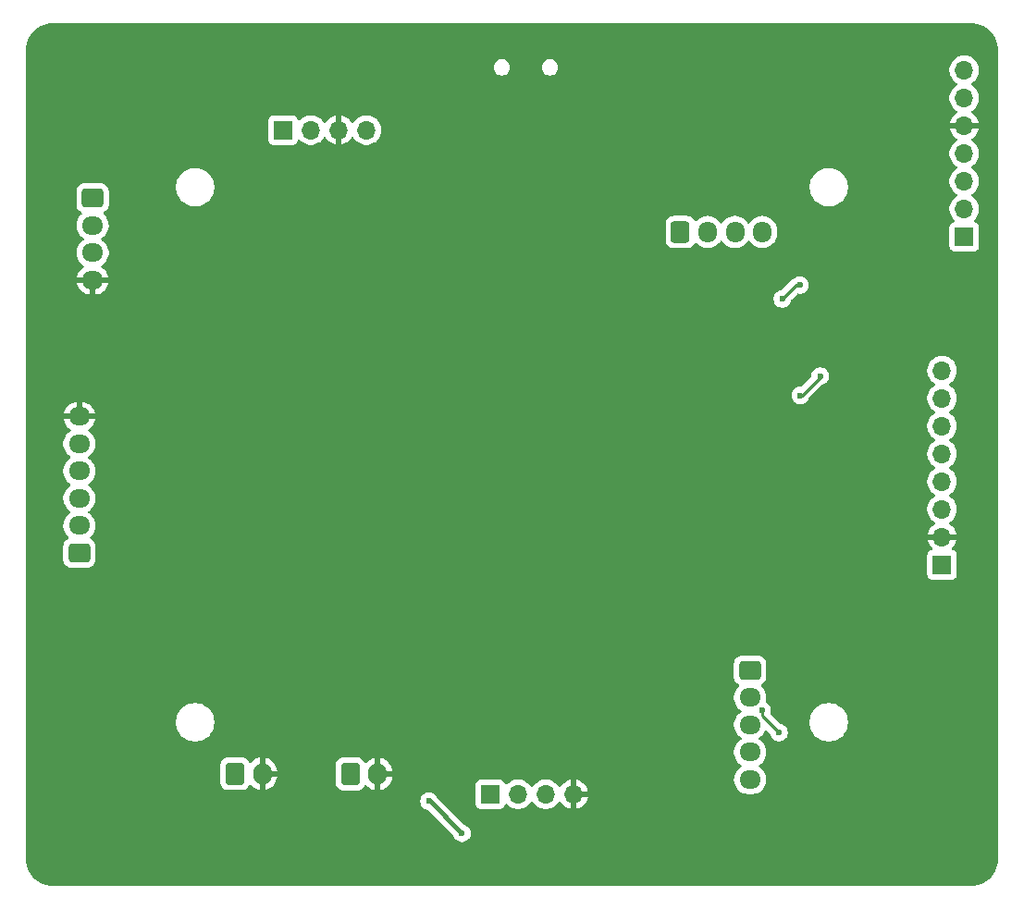
<source format=gbr>
%TF.GenerationSoftware,KiCad,Pcbnew,9.0.0*%
%TF.CreationDate,2025-05-06T13:44:15-06:00*%
%TF.ProjectId,2025_04_STM32F103_RobotBrain,32303235-5f30-4345-9f53-544d33324631,rev?*%
%TF.SameCoordinates,Original*%
%TF.FileFunction,Copper,L2,Bot*%
%TF.FilePolarity,Positive*%
%FSLAX46Y46*%
G04 Gerber Fmt 4.6, Leading zero omitted, Abs format (unit mm)*
G04 Created by KiCad (PCBNEW 9.0.0) date 2025-05-06 13:44:15*
%MOMM*%
%LPD*%
G01*
G04 APERTURE LIST*
G04 Aperture macros list*
%AMRoundRect*
0 Rectangle with rounded corners*
0 $1 Rounding radius*
0 $2 $3 $4 $5 $6 $7 $8 $9 X,Y pos of 4 corners*
0 Add a 4 corners polygon primitive as box body*
4,1,4,$2,$3,$4,$5,$6,$7,$8,$9,$2,$3,0*
0 Add four circle primitives for the rounded corners*
1,1,$1+$1,$2,$3*
1,1,$1+$1,$4,$5*
1,1,$1+$1,$6,$7*
1,1,$1+$1,$8,$9*
0 Add four rect primitives between the rounded corners*
20,1,$1+$1,$2,$3,$4,$5,0*
20,1,$1+$1,$4,$5,$6,$7,0*
20,1,$1+$1,$6,$7,$8,$9,0*
20,1,$1+$1,$8,$9,$2,$3,0*%
G04 Aperture macros list end*
%TA.AperFunction,ComponentPad*%
%ADD10O,1.700000X1.700000*%
%TD*%
%TA.AperFunction,ComponentPad*%
%ADD11R,1.700000X1.700000*%
%TD*%
%TA.AperFunction,ComponentPad*%
%ADD12RoundRect,0.250000X-0.600000X-0.750000X0.600000X-0.750000X0.600000X0.750000X-0.600000X0.750000X0*%
%TD*%
%TA.AperFunction,ComponentPad*%
%ADD13O,1.700000X2.000000*%
%TD*%
%TA.AperFunction,ComponentPad*%
%ADD14RoundRect,0.250000X-0.725000X0.600000X-0.725000X-0.600000X0.725000X-0.600000X0.725000X0.600000X0*%
%TD*%
%TA.AperFunction,ComponentPad*%
%ADD15O,1.950000X1.700000*%
%TD*%
%TA.AperFunction,ComponentPad*%
%ADD16O,1.700000X1.950000*%
%TD*%
%TA.AperFunction,ComponentPad*%
%ADD17RoundRect,0.250000X-0.600000X-0.725000X0.600000X-0.725000X0.600000X0.725000X-0.600000X0.725000X0*%
%TD*%
%TA.AperFunction,ComponentPad*%
%ADD18RoundRect,0.250000X0.725000X-0.600000X0.725000X0.600000X-0.725000X0.600000X-0.725000X-0.600000X0*%
%TD*%
%TA.AperFunction,ViaPad*%
%ADD19C,0.600000*%
%TD*%
%TA.AperFunction,Conductor*%
%ADD20C,0.254000*%
%TD*%
%TA.AperFunction,Conductor*%
%ADD21C,0.381000*%
%TD*%
G04 APERTURE END LIST*
D10*
%TO.P,J4,4,Pin_4*%
%TO.N,/SWDIO*%
X123780000Y-40040000D03*
%TO.P,J4,3,Pin_3*%
%TO.N,GND*%
X121240000Y-40040000D03*
%TO.P,J4,2,Pin_2*%
%TO.N,/SWCLK*%
X118700000Y-40040000D03*
D11*
%TO.P,J4,1,Pin_1*%
%TO.N,+3V3*%
X116160000Y-40040000D03*
%TD*%
D12*
%TO.P,J6,1,Pin_1*%
%TO.N,+3V3*%
X122300000Y-99000000D03*
D13*
%TO.P,J6,2,Pin_2*%
%TO.N,GND*%
X124800000Y-99000000D03*
%TD*%
D11*
%TO.P,J9,1,Pin_1*%
%TO.N,+3V3*%
X178500000Y-49800000D03*
D10*
%TO.P,J9,2,Pin_2*%
%TO.N,/PS2_SCK*%
X178500000Y-47260000D03*
%TO.P,J9,3,Pin_3*%
%TO.N,unconnected-(J9-Pin_3-Pad3)*%
X178500000Y-44720000D03*
%TO.P,J9,4,Pin_4*%
%TO.N,/PS2_CS*%
X178500000Y-42180000D03*
%TO.P,J9,5,Pin_5*%
%TO.N,GND*%
X178500000Y-39640000D03*
%TO.P,J9,6,Pin_6*%
%TO.N,/PS2_MISO*%
X178500000Y-37100000D03*
%TO.P,J9,7,Pin_7*%
%TO.N,/PS2_MOSI*%
X178500000Y-34560000D03*
%TD*%
D14*
%TO.P,J8,1,Pin_1*%
%TO.N,/E2A*%
X158900000Y-89500000D03*
D15*
%TO.P,J8,2,Pin_2*%
%TO.N,/E2B*%
X158900000Y-92000000D03*
%TO.P,J8,3,Pin_3*%
%TO.N,/E1A*%
X158900000Y-94500000D03*
%TO.P,J8,4,Pin_4*%
%TO.N,/E1B*%
X158900000Y-97000000D03*
%TO.P,J8,5,Pin_5*%
%TO.N,/PWR_ADC*%
X158900000Y-99500000D03*
%TD*%
D11*
%TO.P,J2,1,Pin_1*%
%TO.N,+5V*%
X176465000Y-79835000D03*
D10*
%TO.P,J2,2,Pin_2*%
%TO.N,GND*%
X176465000Y-77295000D03*
%TO.P,J2,3,Pin_3*%
%TO.N,/IMU_I2C_SCL*%
X176465000Y-74755000D03*
%TO.P,J2,4,Pin_4*%
%TO.N,/IMU_I2C_SDA*%
X176465000Y-72215000D03*
%TO.P,J2,5,Pin_5*%
%TO.N,unconnected-(J2-Pin_5-Pad5)*%
X176465000Y-69675000D03*
%TO.P,J2,6,Pin_6*%
%TO.N,unconnected-(J2-Pin_6-Pad6)*%
X176465000Y-67135000D03*
%TO.P,J2,7,Pin_7*%
%TO.N,unconnected-(J2-Pin_7-Pad7)*%
X176465000Y-64595000D03*
%TO.P,J2,8,Pin_8*%
%TO.N,/IMU_INT*%
X176465000Y-62055000D03*
%TD*%
D14*
%TO.P,J11,1,Pin_1*%
%TO.N,+3V3*%
X98720000Y-46270000D03*
D15*
%TO.P,J11,2,Pin_2*%
%TO.N,/USER_TX*%
X98720000Y-48770000D03*
%TO.P,J11,3,Pin_3*%
%TO.N,/USER_RX*%
X98720000Y-51270000D03*
%TO.P,J11,4,Pin_4*%
%TO.N,GND*%
X98720000Y-53770000D03*
%TD*%
D11*
%TO.P,J3,1,Pin_1*%
%TO.N,+5V*%
X135110000Y-100850000D03*
D10*
%TO.P,J3,2,Pin_2*%
%TO.N,/ULTRA_TRIG*%
X137650000Y-100850000D03*
%TO.P,J3,3,Pin_3*%
%TO.N,/ULTRA_ECHO*%
X140190000Y-100850000D03*
%TO.P,J3,4,Pin_4*%
%TO.N,GND*%
X142730000Y-100850000D03*
%TD*%
D16*
%TO.P,J7,4,Pin_4*%
%TO.N,/BN1*%
X160010000Y-49370000D03*
%TO.P,J7,3,Pin_3*%
%TO.N,/BN2*%
X157510000Y-49370000D03*
%TO.P,J7,2,Pin_2*%
%TO.N,/AN1*%
X155010000Y-49370000D03*
D17*
%TO.P,J7,1,Pin_1*%
%TO.N,/AN2*%
X152510000Y-49370000D03*
%TD*%
D12*
%TO.P,J5,1,Pin_1*%
%TO.N,+5V*%
X111750000Y-98975000D03*
D13*
%TO.P,J5,2,Pin_2*%
%TO.N,GND*%
X114250000Y-98975000D03*
%TD*%
D18*
%TO.P,J10,1,Pin_1*%
%TO.N,+3V3*%
X97510000Y-78760000D03*
D15*
%TO.P,J10,2,Pin_2*%
%TO.N,/X1*%
X97510000Y-76260000D03*
%TO.P,J10,3,Pin_3*%
%TO.N,/X2*%
X97510000Y-73760000D03*
%TO.P,J10,4,Pin_4*%
%TO.N,/X3*%
X97510000Y-71260000D03*
%TO.P,J10,5,Pin_5*%
%TO.N,/X4*%
X97510000Y-68760000D03*
%TO.P,J10,6,Pin_6*%
%TO.N,GND*%
X97510000Y-66260000D03*
%TD*%
D19*
%TO.N,/PS2_CS*%
X163450000Y-54223000D03*
X161850000Y-55500000D03*
%TO.N,GND*%
X135300000Y-31060000D03*
X135310000Y-31970000D03*
X148850000Y-62750000D03*
X138320000Y-48630000D03*
X136780000Y-35480000D03*
X137200000Y-59890000D03*
X135310000Y-36460000D03*
X148430000Y-76280000D03*
X133260000Y-70570000D03*
X160490000Y-38990000D03*
X156300000Y-38970000D03*
X135310000Y-75730000D03*
X141240000Y-79920000D03*
X142300000Y-74080000D03*
X162820000Y-30550000D03*
X150070000Y-72380000D03*
X174000000Y-92900000D03*
X132070000Y-71580000D03*
X133640000Y-85390000D03*
X141410000Y-36420000D03*
X145110000Y-70690000D03*
X120900000Y-71000000D03*
X173350000Y-99580000D03*
X153880000Y-30560000D03*
X100250000Y-97200000D03*
X148580000Y-83950000D03*
X135220000Y-88640000D03*
X141420000Y-37150000D03*
X141430000Y-31900000D03*
X141430000Y-31090000D03*
X157700000Y-38950000D03*
X148460000Y-78570000D03*
X137960000Y-77270000D03*
X148070000Y-63560000D03*
X148400000Y-32585000D03*
X156420000Y-36240000D03*
X133510000Y-59260000D03*
X142390000Y-77290000D03*
X173990000Y-90010000D03*
X135310000Y-37250000D03*
X175250000Y-98050000D03*
X131350000Y-77800000D03*
X147170000Y-41280000D03*
X101550000Y-104850000D03*
%TO.N,+5V*%
X129500000Y-101483000D03*
X132529000Y-104421000D03*
%TO.N,/IMU_INT*%
X165304000Y-62573000D03*
X163500000Y-64327000D03*
%TO.N,/E2B*%
X159973000Y-93150000D03*
X161550000Y-95200000D03*
%TD*%
D20*
%TO.N,/IMU_INT*%
X163631000Y-64327000D02*
X163500000Y-64327000D01*
X165304000Y-62654000D02*
X163631000Y-64327000D01*
X165304000Y-62573000D02*
X165304000Y-62654000D01*
D21*
%TO.N,+5V*%
X129591000Y-101483000D02*
X129500000Y-101483000D01*
X132529000Y-104421000D02*
X129591000Y-101483000D01*
D20*
%TO.N,/PS2_CS*%
X163127000Y-54223000D02*
X162000000Y-55350000D01*
X163450000Y-54223000D02*
X163127000Y-54223000D01*
X162000000Y-55350000D02*
X161850000Y-55500000D01*
%TO.N,/E2B*%
X159973000Y-93150000D02*
X159973000Y-93623000D01*
X159973000Y-93623000D02*
X161550000Y-95200000D01*
X161508438Y-95200000D02*
X161550000Y-95200000D01*
%TD*%
%TA.AperFunction,Conductor*%
%TO.N,GND*%
G36*
X179103736Y-30250727D02*
G01*
X179393796Y-30268272D01*
X179408657Y-30270076D01*
X179690797Y-30321781D01*
X179705334Y-30325364D01*
X179979182Y-30410699D01*
X179993163Y-30416001D01*
X180254732Y-30533724D01*
X180267987Y-30540681D01*
X180513458Y-30689072D01*
X180525776Y-30697574D01*
X180751573Y-30874474D01*
X180762781Y-30884404D01*
X180965595Y-31087219D01*
X180975525Y-31098427D01*
X181152422Y-31324218D01*
X181160928Y-31336541D01*
X181309315Y-31582004D01*
X181316274Y-31595263D01*
X181433996Y-31856832D01*
X181439305Y-31870833D01*
X181524634Y-32144664D01*
X181528218Y-32159202D01*
X181579922Y-32441340D01*
X181581727Y-32456205D01*
X181589097Y-32578033D01*
X181595513Y-32684110D01*
X181599274Y-32746274D01*
X181599500Y-32753761D01*
X181599500Y-106746250D01*
X181599274Y-106753737D01*
X181581728Y-107043795D01*
X181579923Y-107058660D01*
X181528219Y-107340798D01*
X181524635Y-107355336D01*
X181439304Y-107629175D01*
X181433994Y-107643177D01*
X181316277Y-107904731D01*
X181309319Y-107917989D01*
X181160928Y-108163459D01*
X181152422Y-108175782D01*
X180975525Y-108401573D01*
X180965595Y-108412781D01*
X180762781Y-108615596D01*
X180751573Y-108625526D01*
X180525782Y-108802422D01*
X180513458Y-108810928D01*
X180267987Y-108959319D01*
X180254730Y-108966277D01*
X179993176Y-109083994D01*
X179979174Y-109089304D01*
X179705335Y-109174635D01*
X179690797Y-109178219D01*
X179408659Y-109229923D01*
X179393794Y-109231728D01*
X179200701Y-109243408D01*
X179103712Y-109249275D01*
X179096240Y-109249501D01*
X95103752Y-109249501D01*
X95096265Y-109249275D01*
X94806205Y-109231729D01*
X94791340Y-109229924D01*
X94509202Y-109178220D01*
X94494664Y-109174636D01*
X94220832Y-109089307D01*
X94206831Y-109083998D01*
X93945263Y-108966276D01*
X93932004Y-108959317D01*
X93686540Y-108810929D01*
X93674217Y-108802423D01*
X93448426Y-108625527D01*
X93437218Y-108615597D01*
X93234403Y-108412782D01*
X93224473Y-108401574D01*
X93224472Y-108401573D01*
X93047572Y-108175777D01*
X93039074Y-108163466D01*
X92890679Y-107917989D01*
X92883724Y-107904737D01*
X92766001Y-107643168D01*
X92760692Y-107629167D01*
X92752095Y-107601579D01*
X92675362Y-107355335D01*
X92671779Y-107340798D01*
X92620075Y-107058660D01*
X92618270Y-107043795D01*
X92600726Y-106753752D01*
X92600500Y-106746265D01*
X92600500Y-101404153D01*
X128699500Y-101404153D01*
X128699500Y-101561846D01*
X128730261Y-101716489D01*
X128730264Y-101716501D01*
X128790602Y-101862172D01*
X128790609Y-101862185D01*
X128878210Y-101993288D01*
X128878213Y-101993292D01*
X128989707Y-102104786D01*
X128989711Y-102104789D01*
X129120814Y-102192390D01*
X129120827Y-102192397D01*
X129230082Y-102237651D01*
X129266503Y-102252737D01*
X129375679Y-102274453D01*
X129437586Y-102306836D01*
X129439166Y-102308388D01*
X131726205Y-104595427D01*
X131755590Y-104649242D01*
X131757494Y-104648665D01*
X131759264Y-104654501D01*
X131819602Y-104800172D01*
X131819609Y-104800185D01*
X131907210Y-104931288D01*
X131907213Y-104931292D01*
X132018707Y-105042786D01*
X132018711Y-105042789D01*
X132149814Y-105130390D01*
X132149827Y-105130397D01*
X132295498Y-105190735D01*
X132295503Y-105190737D01*
X132450153Y-105221499D01*
X132450156Y-105221500D01*
X132450158Y-105221500D01*
X132607844Y-105221500D01*
X132607845Y-105221499D01*
X132762497Y-105190737D01*
X132908179Y-105130394D01*
X133039289Y-105042789D01*
X133150789Y-104931289D01*
X133238394Y-104800179D01*
X133298737Y-104654497D01*
X133329500Y-104499842D01*
X133329500Y-104342158D01*
X133329500Y-104342155D01*
X133329499Y-104342153D01*
X133298738Y-104187510D01*
X133298737Y-104187503D01*
X133298735Y-104187498D01*
X133238397Y-104041827D01*
X133238390Y-104041814D01*
X133150789Y-103910711D01*
X133150786Y-103910707D01*
X133039292Y-103799213D01*
X133039288Y-103799210D01*
X132908185Y-103711609D01*
X132908172Y-103711602D01*
X132762501Y-103651264D01*
X132756665Y-103649494D01*
X132757372Y-103647160D01*
X132704968Y-103619719D01*
X132703427Y-103618205D01*
X130241225Y-101156003D01*
X130214345Y-101115775D01*
X130209394Y-101103821D01*
X130209389Y-101103814D01*
X130121789Y-100972711D01*
X130121786Y-100972707D01*
X130010292Y-100861213D01*
X130010288Y-100861210D01*
X129879185Y-100773609D01*
X129879172Y-100773602D01*
X129733501Y-100713264D01*
X129733489Y-100713261D01*
X129578845Y-100682500D01*
X129578842Y-100682500D01*
X129421158Y-100682500D01*
X129421155Y-100682500D01*
X129266510Y-100713261D01*
X129266498Y-100713264D01*
X129120827Y-100773602D01*
X129120814Y-100773609D01*
X128989711Y-100861210D01*
X128989707Y-100861213D01*
X128878213Y-100972707D01*
X128878210Y-100972711D01*
X128790609Y-101103814D01*
X128790602Y-101103827D01*
X128730264Y-101249498D01*
X128730261Y-101249510D01*
X128699500Y-101404153D01*
X92600500Y-101404153D01*
X92600500Y-98174983D01*
X110399500Y-98174983D01*
X110399500Y-99775001D01*
X110399501Y-99775018D01*
X110410000Y-99877796D01*
X110410001Y-99877799D01*
X110465185Y-100044331D01*
X110465186Y-100044334D01*
X110557288Y-100193656D01*
X110681344Y-100317712D01*
X110830666Y-100409814D01*
X110997203Y-100464999D01*
X111099991Y-100475500D01*
X112400008Y-100475499D01*
X112502797Y-100464999D01*
X112669334Y-100409814D01*
X112818656Y-100317712D01*
X112942712Y-100193656D01*
X113034814Y-100044334D01*
X113034814Y-100044331D01*
X113038448Y-100038441D01*
X113090395Y-99991716D01*
X113159358Y-99980493D01*
X113223440Y-100008336D01*
X113231668Y-100015856D01*
X113370535Y-100154723D01*
X113370540Y-100154727D01*
X113542442Y-100279620D01*
X113731782Y-100376095D01*
X113933871Y-100441757D01*
X114000000Y-100452231D01*
X114000000Y-99408012D01*
X114057007Y-99440925D01*
X114184174Y-99475000D01*
X114315826Y-99475000D01*
X114442993Y-99440925D01*
X114500000Y-99408012D01*
X114500000Y-100452230D01*
X114566126Y-100441757D01*
X114566129Y-100441757D01*
X114768217Y-100376095D01*
X114957557Y-100279620D01*
X115129459Y-100154727D01*
X115129464Y-100154723D01*
X115279723Y-100004464D01*
X115279727Y-100004459D01*
X115404620Y-99832557D01*
X115501095Y-99643217D01*
X115566757Y-99441130D01*
X115566757Y-99441127D01*
X115600000Y-99231246D01*
X115600000Y-99225000D01*
X114683012Y-99225000D01*
X114715925Y-99167993D01*
X114750000Y-99040826D01*
X114750000Y-98909174D01*
X114715925Y-98782007D01*
X114683012Y-98725000D01*
X115600000Y-98725000D01*
X115600000Y-98718753D01*
X115566757Y-98508872D01*
X115566757Y-98508869D01*
X115501094Y-98306780D01*
X115473758Y-98253130D01*
X115473757Y-98253129D01*
X115446677Y-98199983D01*
X120949500Y-98199983D01*
X120949500Y-99800001D01*
X120949501Y-99800018D01*
X120960000Y-99902796D01*
X120960001Y-99902799D01*
X120993690Y-100004464D01*
X121015186Y-100069334D01*
X121107288Y-100218656D01*
X121231344Y-100342712D01*
X121380666Y-100434814D01*
X121547203Y-100489999D01*
X121649991Y-100500500D01*
X122950008Y-100500499D01*
X123052797Y-100489999D01*
X123219334Y-100434814D01*
X123368656Y-100342712D01*
X123492712Y-100218656D01*
X123584814Y-100069334D01*
X123584814Y-100069331D01*
X123588448Y-100063441D01*
X123640395Y-100016716D01*
X123709358Y-100005493D01*
X123773440Y-100033336D01*
X123781668Y-100040856D01*
X123920535Y-100179723D01*
X123920540Y-100179727D01*
X124092442Y-100304620D01*
X124281782Y-100401095D01*
X124483871Y-100466757D01*
X124550000Y-100477231D01*
X124550000Y-99433012D01*
X124607007Y-99465925D01*
X124734174Y-99500000D01*
X124865826Y-99500000D01*
X124992993Y-99465925D01*
X125050000Y-99433012D01*
X125050000Y-100477230D01*
X125116126Y-100466757D01*
X125116129Y-100466757D01*
X125318217Y-100401095D01*
X125507557Y-100304620D01*
X125679459Y-100179727D01*
X125679464Y-100179723D01*
X125829723Y-100029464D01*
X125829727Y-100029459D01*
X125885906Y-99952135D01*
X133759500Y-99952135D01*
X133759500Y-101747870D01*
X133759501Y-101747876D01*
X133765908Y-101807483D01*
X133816202Y-101942328D01*
X133816206Y-101942335D01*
X133902452Y-102057544D01*
X133902455Y-102057547D01*
X134017664Y-102143793D01*
X134017671Y-102143797D01*
X134152517Y-102194091D01*
X134152516Y-102194091D01*
X134159444Y-102194835D01*
X134212127Y-102200500D01*
X136007872Y-102200499D01*
X136067483Y-102194091D01*
X136202331Y-102143796D01*
X136317546Y-102057546D01*
X136403796Y-101942331D01*
X136452810Y-101810916D01*
X136494681Y-101754984D01*
X136560145Y-101730566D01*
X136628418Y-101745417D01*
X136656673Y-101766569D01*
X136770213Y-101880109D01*
X136942179Y-102005048D01*
X136942181Y-102005049D01*
X136942184Y-102005051D01*
X137131588Y-102101557D01*
X137333757Y-102167246D01*
X137543713Y-102200500D01*
X137543714Y-102200500D01*
X137756286Y-102200500D01*
X137756287Y-102200500D01*
X137966243Y-102167246D01*
X138168412Y-102101557D01*
X138357816Y-102005051D01*
X138444138Y-101942335D01*
X138529786Y-101880109D01*
X138529788Y-101880106D01*
X138529792Y-101880104D01*
X138680104Y-101729792D01*
X138680106Y-101729788D01*
X138680109Y-101729786D01*
X138805048Y-101557820D01*
X138805047Y-101557820D01*
X138805051Y-101557816D01*
X138809514Y-101549054D01*
X138857488Y-101498259D01*
X138925308Y-101481463D01*
X138991444Y-101503999D01*
X139030486Y-101549056D01*
X139034951Y-101557820D01*
X139159890Y-101729786D01*
X139310213Y-101880109D01*
X139482179Y-102005048D01*
X139482181Y-102005049D01*
X139482184Y-102005051D01*
X139671588Y-102101557D01*
X139873757Y-102167246D01*
X140083713Y-102200500D01*
X140083714Y-102200500D01*
X140296286Y-102200500D01*
X140296287Y-102200500D01*
X140506243Y-102167246D01*
X140708412Y-102101557D01*
X140897816Y-102005051D01*
X140984138Y-101942335D01*
X141069786Y-101880109D01*
X141069788Y-101880106D01*
X141069792Y-101880104D01*
X141220104Y-101729792D01*
X141220106Y-101729788D01*
X141220109Y-101729786D01*
X141342123Y-101561846D01*
X141345051Y-101557816D01*
X141349793Y-101548508D01*
X141397763Y-101497711D01*
X141465583Y-101480911D01*
X141531719Y-101503445D01*
X141570763Y-101548500D01*
X141575377Y-101557555D01*
X141700272Y-101729459D01*
X141700276Y-101729464D01*
X141850535Y-101879723D01*
X141850540Y-101879727D01*
X142022442Y-102004620D01*
X142211782Y-102101095D01*
X142413871Y-102166757D01*
X142480000Y-102177231D01*
X142480000Y-101283012D01*
X142537007Y-101315925D01*
X142664174Y-101350000D01*
X142795826Y-101350000D01*
X142922993Y-101315925D01*
X142980000Y-101283012D01*
X142980000Y-102177230D01*
X143046126Y-102166757D01*
X143046129Y-102166757D01*
X143248217Y-102101095D01*
X143437557Y-102004620D01*
X143609459Y-101879727D01*
X143609464Y-101879723D01*
X143759723Y-101729464D01*
X143759727Y-101729459D01*
X143884620Y-101557557D01*
X143981095Y-101368217D01*
X144046757Y-101166129D01*
X144046757Y-101166126D01*
X144057231Y-101100000D01*
X143163012Y-101100000D01*
X143195925Y-101042993D01*
X143230000Y-100915826D01*
X143230000Y-100784174D01*
X143195925Y-100657007D01*
X143163012Y-100600000D01*
X144057231Y-100600000D01*
X144046757Y-100533873D01*
X144046757Y-100533870D01*
X143981095Y-100331782D01*
X143884620Y-100142442D01*
X143759727Y-99970540D01*
X143759723Y-99970535D01*
X143609464Y-99820276D01*
X143609459Y-99820272D01*
X143437557Y-99695379D01*
X143248215Y-99598903D01*
X143046124Y-99533241D01*
X142980000Y-99522768D01*
X142980000Y-100416988D01*
X142922993Y-100384075D01*
X142795826Y-100350000D01*
X142664174Y-100350000D01*
X142537007Y-100384075D01*
X142480000Y-100416988D01*
X142480000Y-99522768D01*
X142479999Y-99522768D01*
X142413875Y-99533241D01*
X142211784Y-99598903D01*
X142022442Y-99695379D01*
X141850540Y-99820272D01*
X141850535Y-99820276D01*
X141700276Y-99970535D01*
X141700272Y-99970540D01*
X141575378Y-100142443D01*
X141570762Y-100151502D01*
X141522784Y-100202295D01*
X141454963Y-100219087D01*
X141388829Y-100196546D01*
X141349794Y-100151493D01*
X141345051Y-100142184D01*
X141345049Y-100142181D01*
X141345048Y-100142179D01*
X141220109Y-99970213D01*
X141069786Y-99819890D01*
X140897820Y-99694951D01*
X140708414Y-99598444D01*
X140708413Y-99598443D01*
X140708412Y-99598443D01*
X140506243Y-99532754D01*
X140506241Y-99532753D01*
X140506240Y-99532753D01*
X140344957Y-99507208D01*
X140296287Y-99499500D01*
X140083713Y-99499500D01*
X140035042Y-99507208D01*
X139873760Y-99532753D01*
X139671585Y-99598444D01*
X139482179Y-99694951D01*
X139310213Y-99819890D01*
X139159890Y-99970213D01*
X139034949Y-100142182D01*
X139030484Y-100150946D01*
X138982509Y-100201742D01*
X138914688Y-100218536D01*
X138848553Y-100195998D01*
X138809516Y-100150946D01*
X138805050Y-100142182D01*
X138680109Y-99970213D01*
X138529786Y-99819890D01*
X138357820Y-99694951D01*
X138168414Y-99598444D01*
X138168413Y-99598443D01*
X138168412Y-99598443D01*
X137966243Y-99532754D01*
X137966241Y-99532753D01*
X137966240Y-99532753D01*
X137804957Y-99507208D01*
X137756287Y-99499500D01*
X137543713Y-99499500D01*
X137495042Y-99507208D01*
X137333760Y-99532753D01*
X137131585Y-99598444D01*
X136942179Y-99694951D01*
X136770215Y-99819889D01*
X136656673Y-99933431D01*
X136595350Y-99966915D01*
X136525658Y-99961931D01*
X136469725Y-99920059D01*
X136452810Y-99889082D01*
X136403797Y-99757671D01*
X136403793Y-99757664D01*
X136317547Y-99642455D01*
X136317544Y-99642452D01*
X136202335Y-99556206D01*
X136202328Y-99556202D01*
X136067482Y-99505908D01*
X136067483Y-99505908D01*
X136007883Y-99499501D01*
X136007881Y-99499500D01*
X136007873Y-99499500D01*
X136007864Y-99499500D01*
X134212129Y-99499500D01*
X134212123Y-99499501D01*
X134152516Y-99505908D01*
X134017671Y-99556202D01*
X134017664Y-99556206D01*
X133902455Y-99642452D01*
X133902452Y-99642455D01*
X133816206Y-99757664D01*
X133816202Y-99757671D01*
X133765908Y-99892517D01*
X133759501Y-99952116D01*
X133759500Y-99952135D01*
X125885906Y-99952135D01*
X125941279Y-99875921D01*
X125941279Y-99875920D01*
X125954620Y-99857558D01*
X126051095Y-99668217D01*
X126116757Y-99466130D01*
X126116757Y-99466127D01*
X126150000Y-99256246D01*
X126150000Y-99250000D01*
X125233012Y-99250000D01*
X125265925Y-99192993D01*
X125300000Y-99065826D01*
X125300000Y-98934174D01*
X125265925Y-98807007D01*
X125233012Y-98750000D01*
X126150000Y-98750000D01*
X126150000Y-98743753D01*
X126116757Y-98533872D01*
X126116757Y-98533869D01*
X126051095Y-98331782D01*
X125954620Y-98142442D01*
X125829727Y-97970540D01*
X125829723Y-97970535D01*
X125679464Y-97820276D01*
X125679459Y-97820272D01*
X125507557Y-97695379D01*
X125318215Y-97598903D01*
X125116124Y-97533241D01*
X125050000Y-97522768D01*
X125050000Y-98566988D01*
X124992993Y-98534075D01*
X124865826Y-98500000D01*
X124734174Y-98500000D01*
X124607007Y-98534075D01*
X124550000Y-98566988D01*
X124550000Y-97522768D01*
X124549999Y-97522768D01*
X124483875Y-97533241D01*
X124281784Y-97598903D01*
X124092442Y-97695379D01*
X123920541Y-97820271D01*
X123781668Y-97959144D01*
X123720345Y-97992628D01*
X123650653Y-97987644D01*
X123594720Y-97945772D01*
X123588448Y-97936558D01*
X123492712Y-97781344D01*
X123368657Y-97657289D01*
X123368656Y-97657288D01*
X123219334Y-97565186D01*
X123052797Y-97510001D01*
X123052795Y-97510000D01*
X122950010Y-97499500D01*
X121649998Y-97499500D01*
X121649981Y-97499501D01*
X121547203Y-97510000D01*
X121547200Y-97510001D01*
X121380668Y-97565185D01*
X121380663Y-97565187D01*
X121231342Y-97657289D01*
X121107289Y-97781342D01*
X121015187Y-97930663D01*
X121015185Y-97930668D01*
X121002938Y-97967628D01*
X120960001Y-98097203D01*
X120960001Y-98097204D01*
X120960000Y-98097204D01*
X120949500Y-98199983D01*
X115446677Y-98199983D01*
X115404620Y-98117442D01*
X115279727Y-97945540D01*
X115279723Y-97945535D01*
X115129464Y-97795276D01*
X115129459Y-97795272D01*
X114957557Y-97670379D01*
X114768215Y-97573903D01*
X114566124Y-97508241D01*
X114500000Y-97497768D01*
X114500000Y-98541988D01*
X114442993Y-98509075D01*
X114315826Y-98475000D01*
X114184174Y-98475000D01*
X114057007Y-98509075D01*
X114000000Y-98541988D01*
X114000000Y-97497768D01*
X113999999Y-97497768D01*
X113933875Y-97508241D01*
X113731784Y-97573903D01*
X113542442Y-97670379D01*
X113370541Y-97795271D01*
X113231668Y-97934144D01*
X113170345Y-97967628D01*
X113100653Y-97962644D01*
X113044720Y-97920772D01*
X113038448Y-97911558D01*
X112942712Y-97756344D01*
X112818657Y-97632289D01*
X112818656Y-97632288D01*
X112669334Y-97540186D01*
X112502797Y-97485001D01*
X112502795Y-97485000D01*
X112400010Y-97474500D01*
X111099998Y-97474500D01*
X111099981Y-97474501D01*
X110997203Y-97485000D01*
X110997200Y-97485001D01*
X110830668Y-97540185D01*
X110830663Y-97540187D01*
X110681342Y-97632289D01*
X110557289Y-97756342D01*
X110465187Y-97905663D01*
X110465185Y-97905668D01*
X110443689Y-97970540D01*
X110410001Y-98072203D01*
X110410001Y-98072204D01*
X110410000Y-98072204D01*
X110399500Y-98174983D01*
X92600500Y-98174983D01*
X92600500Y-94135259D01*
X106349500Y-94135259D01*
X106349500Y-94364742D01*
X106366072Y-94490609D01*
X106379452Y-94592239D01*
X106415153Y-94725479D01*
X106438842Y-94813888D01*
X106526650Y-95025877D01*
X106526657Y-95025891D01*
X106641392Y-95224618D01*
X106781081Y-95406662D01*
X106781089Y-95406671D01*
X106943330Y-95568912D01*
X106943338Y-95568919D01*
X107125382Y-95708608D01*
X107125385Y-95708609D01*
X107125388Y-95708612D01*
X107324112Y-95823345D01*
X107324117Y-95823347D01*
X107324123Y-95823350D01*
X107415480Y-95861191D01*
X107536113Y-95911159D01*
X107757762Y-95970549D01*
X107974312Y-95999058D01*
X107985250Y-96000499D01*
X107985266Y-96000501D01*
X107985273Y-96000501D01*
X108214727Y-96000501D01*
X108214734Y-96000501D01*
X108442238Y-95970549D01*
X108663887Y-95911159D01*
X108875888Y-95823345D01*
X109074612Y-95708612D01*
X109256661Y-95568920D01*
X109256665Y-95568915D01*
X109256670Y-95568912D01*
X109418911Y-95406671D01*
X109418914Y-95406666D01*
X109418919Y-95406662D01*
X109558611Y-95224613D01*
X109673344Y-95025889D01*
X109761158Y-94813888D01*
X109820548Y-94592239D01*
X109850500Y-94364735D01*
X109850500Y-94135267D01*
X109820548Y-93907763D01*
X109761158Y-93686114D01*
X109695758Y-93528224D01*
X109673349Y-93474124D01*
X109673346Y-93474118D01*
X109673344Y-93474113D01*
X109558611Y-93275389D01*
X109558608Y-93275386D01*
X109558607Y-93275383D01*
X109418918Y-93093339D01*
X109418911Y-93093331D01*
X109256670Y-92931090D01*
X109256661Y-92931082D01*
X109074617Y-92791393D01*
X108875890Y-92676658D01*
X108875876Y-92676651D01*
X108663887Y-92588843D01*
X108442238Y-92529453D01*
X108404215Y-92524447D01*
X108214741Y-92499501D01*
X108214734Y-92499501D01*
X107985266Y-92499501D01*
X107985258Y-92499501D01*
X107768715Y-92528010D01*
X107757762Y-92529453D01*
X107664076Y-92554555D01*
X107536112Y-92588843D01*
X107324123Y-92676651D01*
X107324109Y-92676658D01*
X107125382Y-92791393D01*
X106943338Y-92931082D01*
X106781081Y-93093339D01*
X106641392Y-93275383D01*
X106526657Y-93474110D01*
X106526650Y-93474124D01*
X106438842Y-93686113D01*
X106379453Y-93907760D01*
X106379451Y-93907771D01*
X106349500Y-94135259D01*
X92600500Y-94135259D01*
X92600500Y-88849983D01*
X157424500Y-88849983D01*
X157424500Y-90150001D01*
X157424501Y-90150018D01*
X157435000Y-90252796D01*
X157435001Y-90252799D01*
X157490185Y-90419331D01*
X157490187Y-90419336D01*
X157582289Y-90568657D01*
X157706344Y-90692712D01*
X157861120Y-90788178D01*
X157907845Y-90840126D01*
X157919068Y-90909088D01*
X157891224Y-90973171D01*
X157883706Y-90981398D01*
X157744889Y-91120215D01*
X157619951Y-91292179D01*
X157523444Y-91481585D01*
X157457753Y-91683760D01*
X157424500Y-91893713D01*
X157424500Y-92106287D01*
X157457754Y-92316243D01*
X157517298Y-92499501D01*
X157523444Y-92518414D01*
X157619951Y-92707820D01*
X157744890Y-92879786D01*
X157895209Y-93030105D01*
X157895214Y-93030109D01*
X158059793Y-93149682D01*
X158102459Y-93205011D01*
X158108438Y-93274625D01*
X158075833Y-93336420D01*
X158059793Y-93350318D01*
X157895214Y-93469890D01*
X157895209Y-93469894D01*
X157744890Y-93620213D01*
X157619951Y-93792179D01*
X157523444Y-93981585D01*
X157457753Y-94183760D01*
X157424500Y-94393713D01*
X157424500Y-94606286D01*
X157437712Y-94689707D01*
X157457754Y-94816243D01*
X157512344Y-94984254D01*
X157523444Y-95018414D01*
X157619951Y-95207820D01*
X157744890Y-95379786D01*
X157895209Y-95530105D01*
X157895214Y-95530109D01*
X158059793Y-95649682D01*
X158102459Y-95705011D01*
X158108438Y-95774625D01*
X158075833Y-95836420D01*
X158059793Y-95850318D01*
X157895214Y-95969890D01*
X157895209Y-95969894D01*
X157744890Y-96120213D01*
X157619951Y-96292179D01*
X157523444Y-96481585D01*
X157457753Y-96683760D01*
X157424500Y-96893713D01*
X157424500Y-97106287D01*
X157457754Y-97316243D01*
X157520138Y-97508241D01*
X157523444Y-97518414D01*
X157619951Y-97707820D01*
X157744890Y-97879786D01*
X157895209Y-98030105D01*
X157895214Y-98030109D01*
X158059793Y-98149682D01*
X158102459Y-98205011D01*
X158108438Y-98274625D01*
X158075833Y-98336420D01*
X158059793Y-98350318D01*
X157895214Y-98469890D01*
X157895209Y-98469894D01*
X157744890Y-98620213D01*
X157619951Y-98792179D01*
X157523444Y-98981585D01*
X157457753Y-99183760D01*
X157438233Y-99307007D01*
X157424500Y-99393713D01*
X157424500Y-99606287D01*
X157430349Y-99643217D01*
X157455182Y-99800009D01*
X157457754Y-99816243D01*
X157519245Y-100005493D01*
X157523444Y-100018414D01*
X157619951Y-100207820D01*
X157744890Y-100379786D01*
X157895213Y-100530109D01*
X158067179Y-100655048D01*
X158067181Y-100655049D01*
X158067184Y-100655051D01*
X158256588Y-100751557D01*
X158458757Y-100817246D01*
X158668713Y-100850500D01*
X158668714Y-100850500D01*
X159131286Y-100850500D01*
X159131287Y-100850500D01*
X159341243Y-100817246D01*
X159543412Y-100751557D01*
X159732816Y-100655051D01*
X159887052Y-100542993D01*
X159904786Y-100530109D01*
X159904788Y-100530106D01*
X159904792Y-100530104D01*
X160055104Y-100379792D01*
X160055106Y-100379788D01*
X160055109Y-100379786D01*
X160172176Y-100218655D01*
X160180051Y-100207816D01*
X160276557Y-100018412D01*
X160342246Y-99816243D01*
X160375500Y-99606287D01*
X160375500Y-99393713D01*
X160342246Y-99183757D01*
X160276557Y-98981588D01*
X160180051Y-98792184D01*
X160180049Y-98792181D01*
X160180048Y-98792179D01*
X160055109Y-98620213D01*
X159904792Y-98469896D01*
X159904784Y-98469890D01*
X159740204Y-98350316D01*
X159697540Y-98294989D01*
X159691561Y-98225376D01*
X159724166Y-98163580D01*
X159740199Y-98149686D01*
X159904792Y-98030104D01*
X160055104Y-97879792D01*
X160055106Y-97879788D01*
X160055109Y-97879786D01*
X160180048Y-97707820D01*
X160180047Y-97707820D01*
X160180051Y-97707816D01*
X160276557Y-97518412D01*
X160342246Y-97316243D01*
X160375500Y-97106287D01*
X160375500Y-96893713D01*
X160342246Y-96683757D01*
X160276557Y-96481588D01*
X160180051Y-96292184D01*
X160180049Y-96292181D01*
X160180048Y-96292179D01*
X160055109Y-96120213D01*
X159904792Y-95969896D01*
X159904570Y-95969735D01*
X159740204Y-95850316D01*
X159697540Y-95794989D01*
X159691561Y-95725376D01*
X159724166Y-95663580D01*
X159740199Y-95649686D01*
X159904792Y-95530104D01*
X160055104Y-95379792D01*
X160055106Y-95379788D01*
X160055109Y-95379786D01*
X160180048Y-95207820D01*
X160180047Y-95207820D01*
X160180051Y-95207816D01*
X160268080Y-95035048D01*
X160316053Y-94984254D01*
X160383874Y-94967459D01*
X160450009Y-94989996D01*
X160466245Y-95003664D01*
X160724907Y-95262326D01*
X160758392Y-95323649D01*
X160758843Y-95325815D01*
X160780261Y-95433491D01*
X160780264Y-95433501D01*
X160840602Y-95579172D01*
X160840609Y-95579185D01*
X160928210Y-95710288D01*
X160928213Y-95710292D01*
X161039707Y-95821786D01*
X161039711Y-95821789D01*
X161170814Y-95909390D01*
X161170827Y-95909397D01*
X161316498Y-95969735D01*
X161316503Y-95969737D01*
X161471153Y-96000499D01*
X161471156Y-96000500D01*
X161471158Y-96000500D01*
X161628844Y-96000500D01*
X161628845Y-96000499D01*
X161783497Y-95969737D01*
X161924918Y-95911159D01*
X161929172Y-95909397D01*
X161929172Y-95909396D01*
X161929179Y-95909394D01*
X162060289Y-95821789D01*
X162171789Y-95710289D01*
X162259394Y-95579179D01*
X162319737Y-95433497D01*
X162350500Y-95278842D01*
X162350500Y-95121158D01*
X162350500Y-95121155D01*
X162350499Y-95121153D01*
X162331550Y-95025891D01*
X162319737Y-94966503D01*
X162319735Y-94966498D01*
X162259397Y-94820827D01*
X162259390Y-94820814D01*
X162171789Y-94689711D01*
X162171786Y-94689707D01*
X162060292Y-94578213D01*
X162060288Y-94578210D01*
X161929185Y-94490609D01*
X161929172Y-94490602D01*
X161783501Y-94430264D01*
X161783491Y-94430261D01*
X161675815Y-94408843D01*
X161659058Y-94400077D01*
X161640580Y-94396058D01*
X161615543Y-94377315D01*
X161613904Y-94376458D01*
X161612326Y-94374907D01*
X161372678Y-94135259D01*
X164349500Y-94135259D01*
X164349500Y-94364742D01*
X164366072Y-94490609D01*
X164379452Y-94592239D01*
X164415153Y-94725479D01*
X164438842Y-94813888D01*
X164526650Y-95025877D01*
X164526657Y-95025891D01*
X164641392Y-95224618D01*
X164781081Y-95406662D01*
X164781089Y-95406671D01*
X164943330Y-95568912D01*
X164943338Y-95568919D01*
X165125382Y-95708608D01*
X165125385Y-95708609D01*
X165125388Y-95708612D01*
X165324112Y-95823345D01*
X165324117Y-95823347D01*
X165324123Y-95823350D01*
X165415480Y-95861191D01*
X165536113Y-95911159D01*
X165757762Y-95970549D01*
X165974312Y-95999058D01*
X165985250Y-96000499D01*
X165985266Y-96000501D01*
X165985273Y-96000501D01*
X166214727Y-96000501D01*
X166214734Y-96000501D01*
X166442238Y-95970549D01*
X166663887Y-95911159D01*
X166875888Y-95823345D01*
X167074612Y-95708612D01*
X167256661Y-95568920D01*
X167256665Y-95568915D01*
X167256670Y-95568912D01*
X167418911Y-95406671D01*
X167418914Y-95406666D01*
X167418919Y-95406662D01*
X167558611Y-95224613D01*
X167673344Y-95025889D01*
X167761158Y-94813888D01*
X167820548Y-94592239D01*
X167850500Y-94364735D01*
X167850500Y-94135267D01*
X167820548Y-93907763D01*
X167761158Y-93686114D01*
X167695758Y-93528224D01*
X167673349Y-93474124D01*
X167673346Y-93474118D01*
X167673344Y-93474113D01*
X167558611Y-93275389D01*
X167558608Y-93275386D01*
X167558607Y-93275383D01*
X167418918Y-93093339D01*
X167418911Y-93093331D01*
X167256670Y-92931090D01*
X167256661Y-92931082D01*
X167074617Y-92791393D01*
X166875890Y-92676658D01*
X166875876Y-92676651D01*
X166663887Y-92588843D01*
X166442238Y-92529453D01*
X166404215Y-92524447D01*
X166214741Y-92499501D01*
X166214734Y-92499501D01*
X165985266Y-92499501D01*
X165985258Y-92499501D01*
X165768715Y-92528010D01*
X165757762Y-92529453D01*
X165664076Y-92554555D01*
X165536112Y-92588843D01*
X165324123Y-92676651D01*
X165324109Y-92676658D01*
X165125382Y-92791393D01*
X164943338Y-92931082D01*
X164781081Y-93093339D01*
X164641392Y-93275383D01*
X164526657Y-93474110D01*
X164526650Y-93474124D01*
X164438842Y-93686113D01*
X164379453Y-93907760D01*
X164379451Y-93907771D01*
X164349500Y-94135259D01*
X161372678Y-94135259D01*
X160765643Y-93528224D01*
X160732158Y-93466901D01*
X160737142Y-93397209D01*
X160738764Y-93393089D01*
X160742735Y-93383502D01*
X160742735Y-93383501D01*
X160742737Y-93383497D01*
X160773500Y-93228842D01*
X160773500Y-93071158D01*
X160773500Y-93071155D01*
X160773499Y-93071153D01*
X160765334Y-93030104D01*
X160742737Y-92916503D01*
X160727531Y-92879792D01*
X160682397Y-92770827D01*
X160682390Y-92770814D01*
X160594789Y-92639711D01*
X160594786Y-92639707D01*
X160483292Y-92528213D01*
X160483288Y-92528210D01*
X160388863Y-92465117D01*
X160344058Y-92411505D01*
X160335351Y-92342180D01*
X160339822Y-92323702D01*
X160342246Y-92316243D01*
X160375500Y-92106287D01*
X160375500Y-91893713D01*
X160342246Y-91683757D01*
X160276557Y-91481588D01*
X160180051Y-91292184D01*
X160180049Y-91292181D01*
X160180048Y-91292179D01*
X160055109Y-91120213D01*
X159916294Y-90981398D01*
X159882809Y-90920075D01*
X159887793Y-90850383D01*
X159929665Y-90794450D01*
X159938879Y-90788178D01*
X159944331Y-90784814D01*
X159944334Y-90784814D01*
X160093656Y-90692712D01*
X160217712Y-90568656D01*
X160309814Y-90419334D01*
X160364999Y-90252797D01*
X160375500Y-90150009D01*
X160375499Y-88849992D01*
X160364999Y-88747203D01*
X160309814Y-88580666D01*
X160217712Y-88431344D01*
X160093656Y-88307288D01*
X159944334Y-88215186D01*
X159777797Y-88160001D01*
X159777795Y-88160000D01*
X159675010Y-88149500D01*
X158124998Y-88149500D01*
X158124981Y-88149501D01*
X158022203Y-88160000D01*
X158022200Y-88160001D01*
X157855668Y-88215185D01*
X157855663Y-88215187D01*
X157706342Y-88307289D01*
X157582289Y-88431342D01*
X157490187Y-88580663D01*
X157490186Y-88580666D01*
X157435001Y-88747203D01*
X157435001Y-88747204D01*
X157435000Y-88747204D01*
X157424500Y-88849983D01*
X92600500Y-88849983D01*
X92600500Y-68653713D01*
X96034500Y-68653713D01*
X96034500Y-68866286D01*
X96067753Y-69076239D01*
X96133444Y-69278414D01*
X96229951Y-69467820D01*
X96354890Y-69639786D01*
X96505209Y-69790105D01*
X96505214Y-69790109D01*
X96669793Y-69909682D01*
X96712459Y-69965011D01*
X96718438Y-70034625D01*
X96685833Y-70096420D01*
X96669793Y-70110318D01*
X96505214Y-70229890D01*
X96505209Y-70229894D01*
X96354890Y-70380213D01*
X96229951Y-70552179D01*
X96133444Y-70741585D01*
X96067753Y-70943760D01*
X96034500Y-71153713D01*
X96034500Y-71366286D01*
X96067753Y-71576239D01*
X96133444Y-71778414D01*
X96229951Y-71967820D01*
X96354890Y-72139786D01*
X96505209Y-72290105D01*
X96505214Y-72290109D01*
X96669793Y-72409682D01*
X96712459Y-72465011D01*
X96718438Y-72534625D01*
X96685833Y-72596420D01*
X96669793Y-72610318D01*
X96505214Y-72729890D01*
X96505209Y-72729894D01*
X96354890Y-72880213D01*
X96229951Y-73052179D01*
X96133444Y-73241585D01*
X96067753Y-73443760D01*
X96034500Y-73653713D01*
X96034500Y-73866286D01*
X96063150Y-74047179D01*
X96067754Y-74076243D01*
X96119853Y-74236588D01*
X96133444Y-74278414D01*
X96229951Y-74467820D01*
X96354890Y-74639786D01*
X96505209Y-74790105D01*
X96505214Y-74790109D01*
X96669793Y-74909682D01*
X96712459Y-74965011D01*
X96718438Y-75034625D01*
X96685833Y-75096420D01*
X96669793Y-75110318D01*
X96505214Y-75229890D01*
X96505209Y-75229894D01*
X96354890Y-75380213D01*
X96229951Y-75552179D01*
X96133444Y-75741585D01*
X96067753Y-75943760D01*
X96042136Y-76105500D01*
X96034500Y-76153713D01*
X96034500Y-76366287D01*
X96067754Y-76576243D01*
X96132913Y-76776782D01*
X96133444Y-76778414D01*
X96229951Y-76967820D01*
X96354890Y-77139786D01*
X96493705Y-77278601D01*
X96527190Y-77339924D01*
X96522206Y-77409616D01*
X96480334Y-77465549D01*
X96471121Y-77471821D01*
X96316342Y-77567289D01*
X96192289Y-77691342D01*
X96100187Y-77840663D01*
X96100186Y-77840666D01*
X96045001Y-78007203D01*
X96045001Y-78007204D01*
X96045000Y-78007204D01*
X96034500Y-78109983D01*
X96034500Y-79410001D01*
X96034501Y-79410018D01*
X96045000Y-79512796D01*
X96045001Y-79512799D01*
X96100185Y-79679331D01*
X96100186Y-79679334D01*
X96192288Y-79828656D01*
X96316344Y-79952712D01*
X96465666Y-80044814D01*
X96632203Y-80099999D01*
X96734991Y-80110500D01*
X98285008Y-80110499D01*
X98387797Y-80099999D01*
X98554334Y-80044814D01*
X98703656Y-79952712D01*
X98827712Y-79828656D01*
X98919814Y-79679334D01*
X98974999Y-79512797D01*
X98985500Y-79410009D01*
X98985499Y-78742671D01*
X98985499Y-78109998D01*
X98985498Y-78109981D01*
X98974999Y-78007203D01*
X98974998Y-78007200D01*
X98973459Y-78002557D01*
X98919814Y-77840666D01*
X98827712Y-77691344D01*
X98703656Y-77567288D01*
X98554334Y-77475186D01*
X98554333Y-77475185D01*
X98548878Y-77471821D01*
X98502154Y-77419873D01*
X98490931Y-77350910D01*
X98518775Y-77286828D01*
X98526272Y-77278623D01*
X98665104Y-77139792D01*
X98790051Y-76967816D01*
X98886557Y-76778412D01*
X98952246Y-76576243D01*
X98985500Y-76366287D01*
X98985500Y-76153713D01*
X98952246Y-75943757D01*
X98886557Y-75741588D01*
X98790051Y-75552184D01*
X98790049Y-75552181D01*
X98790048Y-75552179D01*
X98665109Y-75380213D01*
X98514792Y-75229896D01*
X98514784Y-75229890D01*
X98350204Y-75110316D01*
X98307540Y-75054989D01*
X98301561Y-74985376D01*
X98334166Y-74923580D01*
X98350199Y-74909686D01*
X98514792Y-74790104D01*
X98665104Y-74639792D01*
X98665106Y-74639788D01*
X98665109Y-74639786D01*
X98790048Y-74467820D01*
X98790047Y-74467820D01*
X98790051Y-74467816D01*
X98886557Y-74278412D01*
X98952246Y-74076243D01*
X98985500Y-73866287D01*
X98985500Y-73653713D01*
X98952246Y-73443757D01*
X98886557Y-73241588D01*
X98790051Y-73052184D01*
X98790049Y-73052181D01*
X98790048Y-73052179D01*
X98665109Y-72880213D01*
X98514792Y-72729896D01*
X98514784Y-72729890D01*
X98350204Y-72610316D01*
X98307540Y-72554989D01*
X98301561Y-72485376D01*
X98334166Y-72423580D01*
X98350199Y-72409686D01*
X98514792Y-72290104D01*
X98665104Y-72139792D01*
X98665106Y-72139788D01*
X98665109Y-72139786D01*
X98790048Y-71967820D01*
X98790047Y-71967820D01*
X98790051Y-71967816D01*
X98886557Y-71778412D01*
X98952246Y-71576243D01*
X98985500Y-71366287D01*
X98985500Y-71153713D01*
X98952246Y-70943757D01*
X98886557Y-70741588D01*
X98790051Y-70552184D01*
X98790049Y-70552181D01*
X98790048Y-70552179D01*
X98665109Y-70380213D01*
X98514792Y-70229896D01*
X98464578Y-70193414D01*
X98350204Y-70110316D01*
X98307540Y-70054989D01*
X98301561Y-69985376D01*
X98334166Y-69923580D01*
X98350199Y-69909686D01*
X98514792Y-69790104D01*
X98665104Y-69639792D01*
X98665106Y-69639788D01*
X98665109Y-69639786D01*
X98790048Y-69467820D01*
X98790047Y-69467820D01*
X98790051Y-69467816D01*
X98886557Y-69278412D01*
X98952246Y-69076243D01*
X98985500Y-68866287D01*
X98985500Y-68653713D01*
X98952246Y-68443757D01*
X98886557Y-68241588D01*
X98790051Y-68052184D01*
X98790049Y-68052181D01*
X98790048Y-68052179D01*
X98665109Y-67880213D01*
X98514790Y-67729894D01*
X98514785Y-67729890D01*
X98349781Y-67610008D01*
X98307115Y-67554678D01*
X98301136Y-67485065D01*
X98333741Y-67423270D01*
X98349781Y-67409371D01*
X98514466Y-67289721D01*
X98664723Y-67139464D01*
X98664727Y-67139459D01*
X98789620Y-66967557D01*
X98886095Y-66778217D01*
X98951757Y-66576129D01*
X98951757Y-66576126D01*
X98962231Y-66510000D01*
X97914146Y-66510000D01*
X97952630Y-66443343D01*
X97985000Y-66322535D01*
X97985000Y-66197465D01*
X97952630Y-66076657D01*
X97914146Y-66010000D01*
X98962231Y-66010000D01*
X98951757Y-65943873D01*
X98951757Y-65943870D01*
X98886095Y-65741782D01*
X98789620Y-65552442D01*
X98664727Y-65380540D01*
X98664723Y-65380535D01*
X98514464Y-65230276D01*
X98514459Y-65230272D01*
X98342557Y-65105379D01*
X98153217Y-65008904D01*
X97951128Y-64943242D01*
X97760000Y-64912969D01*
X97760000Y-65855854D01*
X97693343Y-65817370D01*
X97572535Y-65785000D01*
X97447465Y-65785000D01*
X97326657Y-65817370D01*
X97260000Y-65855854D01*
X97260000Y-64912969D01*
X97068872Y-64943242D01*
X97068869Y-64943242D01*
X96866782Y-65008904D01*
X96677442Y-65105379D01*
X96505540Y-65230272D01*
X96505535Y-65230276D01*
X96355276Y-65380535D01*
X96355272Y-65380540D01*
X96230379Y-65552442D01*
X96133904Y-65741782D01*
X96068242Y-65943870D01*
X96068242Y-65943873D01*
X96057769Y-66010000D01*
X97105854Y-66010000D01*
X97067370Y-66076657D01*
X97035000Y-66197465D01*
X97035000Y-66322535D01*
X97067370Y-66443343D01*
X97105854Y-66510000D01*
X96057769Y-66510000D01*
X96068242Y-66576126D01*
X96068242Y-66576129D01*
X96133904Y-66778217D01*
X96230379Y-66967557D01*
X96355272Y-67139459D01*
X96355276Y-67139464D01*
X96505535Y-67289723D01*
X96505540Y-67289727D01*
X96670218Y-67409372D01*
X96712884Y-67464701D01*
X96718863Y-67534315D01*
X96686258Y-67596110D01*
X96670218Y-67610008D01*
X96505214Y-67729890D01*
X96505209Y-67729894D01*
X96354890Y-67880213D01*
X96229951Y-68052179D01*
X96133444Y-68241585D01*
X96067753Y-68443760D01*
X96034500Y-68653713D01*
X92600500Y-68653713D01*
X92600500Y-64248153D01*
X162699500Y-64248153D01*
X162699500Y-64405846D01*
X162730261Y-64560489D01*
X162730264Y-64560501D01*
X162790602Y-64706172D01*
X162790609Y-64706185D01*
X162878210Y-64837288D01*
X162878213Y-64837292D01*
X162989707Y-64948786D01*
X162989711Y-64948789D01*
X163120814Y-65036390D01*
X163120827Y-65036397D01*
X163266498Y-65096735D01*
X163266503Y-65096737D01*
X163421153Y-65127499D01*
X163421156Y-65127500D01*
X163421158Y-65127500D01*
X163578844Y-65127500D01*
X163578845Y-65127499D01*
X163733497Y-65096737D01*
X163879179Y-65036394D01*
X164010289Y-64948789D01*
X164121789Y-64837289D01*
X164209394Y-64706179D01*
X164249561Y-64609202D01*
X164276437Y-64568980D01*
X165467440Y-63377977D01*
X165528761Y-63344494D01*
X165530813Y-63344066D01*
X165537497Y-63342737D01*
X165683179Y-63282394D01*
X165814289Y-63194789D01*
X165925789Y-63083289D01*
X166013394Y-62952179D01*
X166073737Y-62806497D01*
X166104500Y-62651842D01*
X166104500Y-62494158D01*
X166104500Y-62494155D01*
X166104499Y-62494153D01*
X166073737Y-62339503D01*
X166073735Y-62339498D01*
X166013397Y-62193827D01*
X166013390Y-62193814D01*
X165925789Y-62062711D01*
X165925786Y-62062707D01*
X165814292Y-61951213D01*
X165814288Y-61951210D01*
X165810551Y-61948713D01*
X175114500Y-61948713D01*
X175114500Y-62161287D01*
X175147754Y-62371243D01*
X175194697Y-62515719D01*
X175213444Y-62573414D01*
X175309951Y-62762820D01*
X175434890Y-62934786D01*
X175585213Y-63085109D01*
X175757182Y-63210050D01*
X175765946Y-63214516D01*
X175816742Y-63262491D01*
X175833536Y-63330312D01*
X175810998Y-63396447D01*
X175765946Y-63435484D01*
X175757182Y-63439949D01*
X175585213Y-63564890D01*
X175434890Y-63715213D01*
X175309951Y-63887179D01*
X175213444Y-64076585D01*
X175147753Y-64278760D01*
X175114500Y-64488713D01*
X175114500Y-64701286D01*
X175136040Y-64837288D01*
X175147754Y-64911243D01*
X175208025Y-65096738D01*
X175213444Y-65113414D01*
X175309951Y-65302820D01*
X175434890Y-65474786D01*
X175585213Y-65625109D01*
X175757182Y-65750050D01*
X175765946Y-65754516D01*
X175816742Y-65802491D01*
X175833536Y-65870312D01*
X175810998Y-65936447D01*
X175765946Y-65975484D01*
X175757182Y-65979949D01*
X175585213Y-66104890D01*
X175434890Y-66255213D01*
X175309951Y-66427179D01*
X175213444Y-66616585D01*
X175147753Y-66818760D01*
X175114500Y-67028713D01*
X175114500Y-67241286D01*
X175141142Y-67409500D01*
X175147754Y-67451243D01*
X175197696Y-67604949D01*
X175213444Y-67653414D01*
X175309951Y-67842820D01*
X175434890Y-68014786D01*
X175585213Y-68165109D01*
X175757182Y-68290050D01*
X175765946Y-68294516D01*
X175816742Y-68342491D01*
X175833536Y-68410312D01*
X175810998Y-68476447D01*
X175765946Y-68515484D01*
X175757182Y-68519949D01*
X175585213Y-68644890D01*
X175434890Y-68795213D01*
X175309951Y-68967179D01*
X175213444Y-69156585D01*
X175147753Y-69358760D01*
X175130480Y-69467820D01*
X175114500Y-69568713D01*
X175114500Y-69781287D01*
X175115897Y-69790105D01*
X175146824Y-69985376D01*
X175147754Y-69991243D01*
X175186444Y-70110319D01*
X175213444Y-70193414D01*
X175309951Y-70382820D01*
X175434890Y-70554786D01*
X175585213Y-70705109D01*
X175757182Y-70830050D01*
X175765946Y-70834516D01*
X175816742Y-70882491D01*
X175833536Y-70950312D01*
X175810998Y-71016447D01*
X175765946Y-71055484D01*
X175757182Y-71059949D01*
X175585213Y-71184890D01*
X175434890Y-71335213D01*
X175309951Y-71507179D01*
X175213444Y-71696585D01*
X175147753Y-71898760D01*
X175136816Y-71967816D01*
X175114500Y-72108713D01*
X175114500Y-72321287D01*
X175147754Y-72531243D01*
X175173447Y-72610319D01*
X175213444Y-72733414D01*
X175309951Y-72922820D01*
X175434890Y-73094786D01*
X175585213Y-73245109D01*
X175757182Y-73370050D01*
X175765946Y-73374516D01*
X175816742Y-73422491D01*
X175833536Y-73490312D01*
X175810998Y-73556447D01*
X175765946Y-73595484D01*
X175757182Y-73599949D01*
X175585213Y-73724890D01*
X175434890Y-73875213D01*
X175309951Y-74047179D01*
X175213444Y-74236585D01*
X175213443Y-74236587D01*
X175213443Y-74236588D01*
X175199853Y-74278414D01*
X175147753Y-74438760D01*
X175114500Y-74648713D01*
X175114500Y-74861286D01*
X175145179Y-75054989D01*
X175147754Y-75071243D01*
X175160450Y-75110318D01*
X175213444Y-75273414D01*
X175309951Y-75462820D01*
X175434890Y-75634786D01*
X175585213Y-75785109D01*
X175757179Y-75910048D01*
X175757181Y-75910049D01*
X175757184Y-75910051D01*
X175766493Y-75914794D01*
X175817290Y-75962766D01*
X175834087Y-76030587D01*
X175811552Y-76096722D01*
X175766502Y-76135762D01*
X175757443Y-76140378D01*
X175585540Y-76265272D01*
X175585535Y-76265276D01*
X175435276Y-76415535D01*
X175435272Y-76415540D01*
X175310379Y-76587442D01*
X175213904Y-76776782D01*
X175148242Y-76978870D01*
X175148242Y-76978873D01*
X175137769Y-77045000D01*
X176031988Y-77045000D01*
X175999075Y-77102007D01*
X175965000Y-77229174D01*
X175965000Y-77360826D01*
X175999075Y-77487993D01*
X176031988Y-77545000D01*
X175137769Y-77545000D01*
X175148242Y-77611126D01*
X175148242Y-77611129D01*
X175213904Y-77813217D01*
X175310379Y-78002557D01*
X175435272Y-78174459D01*
X175435276Y-78174464D01*
X175548946Y-78288134D01*
X175582431Y-78349457D01*
X175577447Y-78419149D01*
X175535575Y-78475082D01*
X175504598Y-78491997D01*
X175372671Y-78541202D01*
X175372664Y-78541206D01*
X175257455Y-78627452D01*
X175257452Y-78627455D01*
X175171206Y-78742664D01*
X175171202Y-78742671D01*
X175120908Y-78877517D01*
X175114857Y-78933805D01*
X175114501Y-78937123D01*
X175114500Y-78937135D01*
X175114500Y-80732870D01*
X175114501Y-80732876D01*
X175120908Y-80792483D01*
X175171202Y-80927328D01*
X175171206Y-80927335D01*
X175257452Y-81042544D01*
X175257455Y-81042547D01*
X175372664Y-81128793D01*
X175372671Y-81128797D01*
X175507517Y-81179091D01*
X175507516Y-81179091D01*
X175514444Y-81179835D01*
X175567127Y-81185500D01*
X177362872Y-81185499D01*
X177422483Y-81179091D01*
X177557331Y-81128796D01*
X177672546Y-81042546D01*
X177758796Y-80927331D01*
X177809091Y-80792483D01*
X177815500Y-80732873D01*
X177815499Y-78937128D01*
X177809091Y-78877517D01*
X177758796Y-78742669D01*
X177758795Y-78742668D01*
X177758793Y-78742664D01*
X177672547Y-78627455D01*
X177672544Y-78627452D01*
X177557335Y-78541206D01*
X177557328Y-78541202D01*
X177425401Y-78491997D01*
X177369467Y-78450126D01*
X177345050Y-78384662D01*
X177359902Y-78316389D01*
X177381053Y-78288133D01*
X177494728Y-78174458D01*
X177619620Y-78002557D01*
X177716095Y-77813217D01*
X177781757Y-77611129D01*
X177781757Y-77611126D01*
X177792231Y-77545000D01*
X176898012Y-77545000D01*
X176930925Y-77487993D01*
X176965000Y-77360826D01*
X176965000Y-77229174D01*
X176930925Y-77102007D01*
X176898012Y-77045000D01*
X177792231Y-77045000D01*
X177781757Y-76978873D01*
X177781757Y-76978870D01*
X177716095Y-76776782D01*
X177619620Y-76587442D01*
X177494727Y-76415540D01*
X177494723Y-76415535D01*
X177344464Y-76265276D01*
X177344459Y-76265272D01*
X177172555Y-76140377D01*
X177163500Y-76135763D01*
X177112706Y-76087788D01*
X177095912Y-76019966D01*
X177118451Y-75953832D01*
X177163508Y-75914793D01*
X177172816Y-75910051D01*
X177252007Y-75852515D01*
X177344786Y-75785109D01*
X177344788Y-75785106D01*
X177344792Y-75785104D01*
X177495104Y-75634792D01*
X177495106Y-75634788D01*
X177495109Y-75634786D01*
X177620048Y-75462820D01*
X177620047Y-75462820D01*
X177620051Y-75462816D01*
X177716557Y-75273412D01*
X177782246Y-75071243D01*
X177815500Y-74861287D01*
X177815500Y-74648713D01*
X177782246Y-74438757D01*
X177716557Y-74236588D01*
X177620051Y-74047184D01*
X177620049Y-74047181D01*
X177620048Y-74047179D01*
X177495109Y-73875213D01*
X177344786Y-73724890D01*
X177172820Y-73599951D01*
X177172115Y-73599591D01*
X177164054Y-73595485D01*
X177113259Y-73547512D01*
X177096463Y-73479692D01*
X177118999Y-73413556D01*
X177164054Y-73374515D01*
X177172816Y-73370051D01*
X177194789Y-73354086D01*
X177344786Y-73245109D01*
X177344788Y-73245106D01*
X177344792Y-73245104D01*
X177495104Y-73094792D01*
X177495106Y-73094788D01*
X177495109Y-73094786D01*
X177620048Y-72922820D01*
X177620047Y-72922820D01*
X177620051Y-72922816D01*
X177716557Y-72733412D01*
X177782246Y-72531243D01*
X177815500Y-72321287D01*
X177815500Y-72108713D01*
X177782246Y-71898757D01*
X177716557Y-71696588D01*
X177620051Y-71507184D01*
X177620049Y-71507181D01*
X177620048Y-71507179D01*
X177495109Y-71335213D01*
X177344786Y-71184890D01*
X177172820Y-71059951D01*
X177172115Y-71059591D01*
X177164054Y-71055485D01*
X177113259Y-71007512D01*
X177096463Y-70939692D01*
X177118999Y-70873556D01*
X177164054Y-70834515D01*
X177172816Y-70830051D01*
X177294580Y-70741585D01*
X177344786Y-70705109D01*
X177344788Y-70705106D01*
X177344792Y-70705104D01*
X177495104Y-70554792D01*
X177495106Y-70554788D01*
X177495109Y-70554786D01*
X177620048Y-70382820D01*
X177620047Y-70382820D01*
X177620051Y-70382816D01*
X177716557Y-70193412D01*
X177782246Y-69991243D01*
X177815500Y-69781287D01*
X177815500Y-69568713D01*
X177782246Y-69358757D01*
X177716557Y-69156588D01*
X177620051Y-68967184D01*
X177620049Y-68967181D01*
X177620048Y-68967179D01*
X177495109Y-68795213D01*
X177344786Y-68644890D01*
X177172820Y-68519951D01*
X177172115Y-68519591D01*
X177164054Y-68515485D01*
X177113259Y-68467512D01*
X177096463Y-68399692D01*
X177118999Y-68333556D01*
X177164054Y-68294515D01*
X177172816Y-68290051D01*
X177239524Y-68241585D01*
X177344786Y-68165109D01*
X177344788Y-68165106D01*
X177344792Y-68165104D01*
X177495104Y-68014792D01*
X177495106Y-68014788D01*
X177495109Y-68014786D01*
X177620048Y-67842820D01*
X177620047Y-67842820D01*
X177620051Y-67842816D01*
X177716557Y-67653412D01*
X177782246Y-67451243D01*
X177815500Y-67241287D01*
X177815500Y-67028713D01*
X177782246Y-66818757D01*
X177716557Y-66616588D01*
X177620051Y-66427184D01*
X177620049Y-66427181D01*
X177620048Y-66427179D01*
X177495109Y-66255213D01*
X177344786Y-66104890D01*
X177172820Y-65979951D01*
X177172115Y-65979591D01*
X177164054Y-65975485D01*
X177113259Y-65927512D01*
X177096463Y-65859692D01*
X177118999Y-65793556D01*
X177164054Y-65754515D01*
X177172816Y-65750051D01*
X177194789Y-65734086D01*
X177344786Y-65625109D01*
X177344788Y-65625106D01*
X177344792Y-65625104D01*
X177495104Y-65474792D01*
X177495106Y-65474788D01*
X177495109Y-65474786D01*
X177620048Y-65302820D01*
X177620047Y-65302820D01*
X177620051Y-65302816D01*
X177716557Y-65113412D01*
X177782246Y-64911243D01*
X177815500Y-64701287D01*
X177815500Y-64488713D01*
X177782246Y-64278757D01*
X177716557Y-64076588D01*
X177620051Y-63887184D01*
X177620049Y-63887181D01*
X177620048Y-63887179D01*
X177495109Y-63715213D01*
X177344786Y-63564890D01*
X177172820Y-63439951D01*
X177172115Y-63439591D01*
X177164054Y-63435485D01*
X177113259Y-63387512D01*
X177096463Y-63319692D01*
X177118999Y-63253556D01*
X177164054Y-63214515D01*
X177172816Y-63210051D01*
X177194789Y-63194086D01*
X177344786Y-63085109D01*
X177344788Y-63085106D01*
X177344792Y-63085104D01*
X177495104Y-62934792D01*
X177495106Y-62934788D01*
X177495109Y-62934786D01*
X177620048Y-62762820D01*
X177620047Y-62762820D01*
X177620051Y-62762816D01*
X177716557Y-62573412D01*
X177782246Y-62371243D01*
X177815500Y-62161287D01*
X177815500Y-61948713D01*
X177782246Y-61738757D01*
X177716557Y-61536588D01*
X177620051Y-61347184D01*
X177620049Y-61347181D01*
X177620048Y-61347179D01*
X177495109Y-61175213D01*
X177344786Y-61024890D01*
X177172820Y-60899951D01*
X176983414Y-60803444D01*
X176983413Y-60803443D01*
X176983412Y-60803443D01*
X176781243Y-60737754D01*
X176781241Y-60737753D01*
X176781240Y-60737753D01*
X176619957Y-60712208D01*
X176571287Y-60704500D01*
X176358713Y-60704500D01*
X176310042Y-60712208D01*
X176148760Y-60737753D01*
X175946585Y-60803444D01*
X175757179Y-60899951D01*
X175585213Y-61024890D01*
X175434890Y-61175213D01*
X175309951Y-61347179D01*
X175213444Y-61536585D01*
X175147753Y-61738760D01*
X175137537Y-61803261D01*
X175114500Y-61948713D01*
X165810551Y-61948713D01*
X165683185Y-61863609D01*
X165683172Y-61863602D01*
X165537501Y-61803264D01*
X165537489Y-61803261D01*
X165382845Y-61772500D01*
X165382842Y-61772500D01*
X165225158Y-61772500D01*
X165225155Y-61772500D01*
X165070510Y-61803261D01*
X165070498Y-61803264D01*
X164924827Y-61863602D01*
X164924814Y-61863609D01*
X164793711Y-61951210D01*
X164793707Y-61951213D01*
X164682213Y-62062707D01*
X164682210Y-62062711D01*
X164594609Y-62193814D01*
X164594602Y-62193827D01*
X164534264Y-62339498D01*
X164534261Y-62339510D01*
X164503500Y-62494153D01*
X164503500Y-62515719D01*
X164483815Y-62582758D01*
X164467181Y-62603400D01*
X163580400Y-63490181D01*
X163519077Y-63523666D01*
X163492719Y-63526500D01*
X163421155Y-63526500D01*
X163266510Y-63557261D01*
X163266498Y-63557264D01*
X163120827Y-63617602D01*
X163120814Y-63617609D01*
X162989711Y-63705210D01*
X162989707Y-63705213D01*
X162878213Y-63816707D01*
X162878210Y-63816711D01*
X162790609Y-63947814D01*
X162790602Y-63947827D01*
X162730264Y-64093498D01*
X162730261Y-64093510D01*
X162699500Y-64248153D01*
X92600500Y-64248153D01*
X92600500Y-55421153D01*
X161049500Y-55421153D01*
X161049500Y-55578846D01*
X161080261Y-55733489D01*
X161080264Y-55733501D01*
X161140602Y-55879172D01*
X161140609Y-55879185D01*
X161228210Y-56010288D01*
X161228213Y-56010292D01*
X161339707Y-56121786D01*
X161339711Y-56121789D01*
X161470814Y-56209390D01*
X161470827Y-56209397D01*
X161616498Y-56269735D01*
X161616503Y-56269737D01*
X161771153Y-56300499D01*
X161771156Y-56300500D01*
X161771158Y-56300500D01*
X161928844Y-56300500D01*
X161928845Y-56300499D01*
X162083497Y-56269737D01*
X162229179Y-56209394D01*
X162360289Y-56121789D01*
X162471789Y-56010289D01*
X162559394Y-55879179D01*
X162619737Y-55733497D01*
X162641156Y-55625812D01*
X162673539Y-55563906D01*
X162675035Y-55562382D01*
X163193141Y-55044276D01*
X163254462Y-55010793D01*
X163305009Y-55010342D01*
X163358216Y-55020925D01*
X163371157Y-55023500D01*
X163371158Y-55023500D01*
X163528844Y-55023500D01*
X163528845Y-55023499D01*
X163683497Y-54992737D01*
X163829179Y-54932394D01*
X163960289Y-54844789D01*
X164071789Y-54733289D01*
X164159394Y-54602179D01*
X164219737Y-54456497D01*
X164250500Y-54301842D01*
X164250500Y-54144158D01*
X164250500Y-54144155D01*
X164250499Y-54144153D01*
X164238957Y-54086129D01*
X164219737Y-53989503D01*
X164204759Y-53953343D01*
X164159397Y-53843827D01*
X164159390Y-53843814D01*
X164071789Y-53712711D01*
X164071786Y-53712707D01*
X163960292Y-53601213D01*
X163960288Y-53601210D01*
X163829185Y-53513609D01*
X163829172Y-53513602D01*
X163683501Y-53453264D01*
X163683489Y-53453261D01*
X163528845Y-53422500D01*
X163528842Y-53422500D01*
X163371158Y-53422500D01*
X163371155Y-53422500D01*
X163216510Y-53453261D01*
X163216498Y-53453264D01*
X163070827Y-53513602D01*
X163070815Y-53513609D01*
X162939709Y-53601212D01*
X162939703Y-53601216D01*
X162922722Y-53618198D01*
X162915799Y-53622824D01*
X162912862Y-53627056D01*
X162882512Y-53645069D01*
X162878974Y-53646535D01*
X162829766Y-53666917D01*
X162829764Y-53666918D01*
X162753729Y-53717724D01*
X162753728Y-53717725D01*
X162726989Y-53735590D01*
X161787672Y-54674907D01*
X161726349Y-54708392D01*
X161724183Y-54708843D01*
X161616508Y-54730261D01*
X161616498Y-54730264D01*
X161470827Y-54790602D01*
X161470814Y-54790609D01*
X161339711Y-54878210D01*
X161339707Y-54878213D01*
X161228213Y-54989707D01*
X161228210Y-54989711D01*
X161140609Y-55120814D01*
X161140602Y-55120827D01*
X161080264Y-55266498D01*
X161080261Y-55266510D01*
X161049500Y-55421153D01*
X92600500Y-55421153D01*
X92600500Y-45619983D01*
X97244500Y-45619983D01*
X97244500Y-46920001D01*
X97244501Y-46920018D01*
X97255000Y-47022796D01*
X97255001Y-47022799D01*
X97310185Y-47189331D01*
X97310187Y-47189336D01*
X97402289Y-47338657D01*
X97526344Y-47462712D01*
X97681120Y-47558178D01*
X97727845Y-47610126D01*
X97739068Y-47679088D01*
X97711224Y-47743171D01*
X97703706Y-47751398D01*
X97564889Y-47890215D01*
X97439951Y-48062179D01*
X97343444Y-48251585D01*
X97277753Y-48453760D01*
X97252812Y-48611231D01*
X97244500Y-48663713D01*
X97244500Y-48876287D01*
X97252811Y-48928760D01*
X97277753Y-49086239D01*
X97343444Y-49288414D01*
X97439951Y-49477820D01*
X97564890Y-49649786D01*
X97715209Y-49800105D01*
X97715214Y-49800109D01*
X97879793Y-49919682D01*
X97922459Y-49975011D01*
X97928438Y-50044625D01*
X97895833Y-50106420D01*
X97879793Y-50120318D01*
X97715214Y-50239890D01*
X97715209Y-50239894D01*
X97564890Y-50390213D01*
X97439951Y-50562179D01*
X97343444Y-50751585D01*
X97277753Y-50953760D01*
X97244500Y-51163713D01*
X97244500Y-51376286D01*
X97277753Y-51586239D01*
X97343444Y-51788414D01*
X97439951Y-51977820D01*
X97564890Y-52149786D01*
X97715209Y-52300105D01*
X97715214Y-52300109D01*
X97880218Y-52419991D01*
X97922884Y-52475320D01*
X97928863Y-52544934D01*
X97896258Y-52606729D01*
X97880218Y-52620627D01*
X97715540Y-52740272D01*
X97715535Y-52740276D01*
X97565276Y-52890535D01*
X97565272Y-52890540D01*
X97440379Y-53062442D01*
X97343904Y-53251782D01*
X97278242Y-53453870D01*
X97278242Y-53453873D01*
X97267769Y-53520000D01*
X98315854Y-53520000D01*
X98277370Y-53586657D01*
X98245000Y-53707465D01*
X98245000Y-53832535D01*
X98277370Y-53953343D01*
X98315854Y-54020000D01*
X97267769Y-54020000D01*
X97278242Y-54086126D01*
X97278242Y-54086129D01*
X97343904Y-54288217D01*
X97440379Y-54477557D01*
X97565272Y-54649459D01*
X97565276Y-54649464D01*
X97715535Y-54799723D01*
X97715540Y-54799727D01*
X97887442Y-54924620D01*
X98076782Y-55021095D01*
X98278872Y-55086757D01*
X98470000Y-55117029D01*
X98470000Y-54174145D01*
X98536657Y-54212630D01*
X98657465Y-54245000D01*
X98782535Y-54245000D01*
X98903343Y-54212630D01*
X98970000Y-54174145D01*
X98970000Y-55117028D01*
X99161127Y-55086757D01*
X99363217Y-55021095D01*
X99552557Y-54924620D01*
X99724459Y-54799727D01*
X99724464Y-54799723D01*
X99874723Y-54649464D01*
X99874727Y-54649459D01*
X99999620Y-54477557D01*
X100096095Y-54288217D01*
X100161757Y-54086129D01*
X100161757Y-54086126D01*
X100172231Y-54020000D01*
X99124146Y-54020000D01*
X99162630Y-53953343D01*
X99195000Y-53832535D01*
X99195000Y-53707465D01*
X99162630Y-53586657D01*
X99124146Y-53520000D01*
X100172231Y-53520000D01*
X100161757Y-53453873D01*
X100161757Y-53453870D01*
X100096095Y-53251782D01*
X99999620Y-53062442D01*
X99874727Y-52890540D01*
X99874723Y-52890535D01*
X99724464Y-52740276D01*
X99724459Y-52740272D01*
X99559781Y-52620627D01*
X99517115Y-52565297D01*
X99511136Y-52495684D01*
X99543741Y-52433889D01*
X99559776Y-52419994D01*
X99724792Y-52300104D01*
X99875104Y-52149792D01*
X99875106Y-52149788D01*
X99875109Y-52149786D01*
X100000048Y-51977820D01*
X100000047Y-51977820D01*
X100000051Y-51977816D01*
X100096557Y-51788412D01*
X100162246Y-51586243D01*
X100195500Y-51376287D01*
X100195500Y-51163713D01*
X100162246Y-50953757D01*
X100096557Y-50751588D01*
X100000051Y-50562184D01*
X100000049Y-50562181D01*
X100000048Y-50562179D01*
X99875109Y-50390213D01*
X99724792Y-50239896D01*
X99672957Y-50202236D01*
X99560204Y-50120316D01*
X99517540Y-50064989D01*
X99511561Y-49995376D01*
X99544166Y-49933580D01*
X99560199Y-49919686D01*
X99724792Y-49800104D01*
X99875104Y-49649792D01*
X99875106Y-49649788D01*
X99875109Y-49649786D01*
X100000048Y-49477820D01*
X100000047Y-49477820D01*
X100000051Y-49477816D01*
X100096557Y-49288412D01*
X100162246Y-49086243D01*
X100195500Y-48876287D01*
X100195500Y-48663713D01*
X100184615Y-48594991D01*
X100184614Y-48594983D01*
X151159500Y-48594983D01*
X151159500Y-50145001D01*
X151159501Y-50145018D01*
X151170000Y-50247796D01*
X151170001Y-50247799D01*
X151215894Y-50386294D01*
X151225186Y-50414334D01*
X151317288Y-50563656D01*
X151441344Y-50687712D01*
X151590666Y-50779814D01*
X151757203Y-50834999D01*
X151859991Y-50845500D01*
X153160008Y-50845499D01*
X153262797Y-50834999D01*
X153429334Y-50779814D01*
X153578656Y-50687712D01*
X153702712Y-50563656D01*
X153794814Y-50414334D01*
X153794814Y-50414331D01*
X153798178Y-50408879D01*
X153850126Y-50362154D01*
X153919088Y-50350931D01*
X153983170Y-50378774D01*
X153991398Y-50386294D01*
X154130213Y-50525109D01*
X154302179Y-50650048D01*
X154302181Y-50650049D01*
X154302184Y-50650051D01*
X154491588Y-50746557D01*
X154693757Y-50812246D01*
X154903713Y-50845500D01*
X154903714Y-50845500D01*
X155116286Y-50845500D01*
X155116287Y-50845500D01*
X155326243Y-50812246D01*
X155528412Y-50746557D01*
X155717816Y-50650051D01*
X155739789Y-50634086D01*
X155889786Y-50525109D01*
X155889788Y-50525106D01*
X155889792Y-50525104D01*
X156040104Y-50374792D01*
X156159683Y-50210204D01*
X156215011Y-50167540D01*
X156284624Y-50161561D01*
X156346420Y-50194166D01*
X156360313Y-50210199D01*
X156462560Y-50350931D01*
X156479896Y-50374792D01*
X156630213Y-50525109D01*
X156802179Y-50650048D01*
X156802181Y-50650049D01*
X156802184Y-50650051D01*
X156991588Y-50746557D01*
X157193757Y-50812246D01*
X157403713Y-50845500D01*
X157403714Y-50845500D01*
X157616286Y-50845500D01*
X157616287Y-50845500D01*
X157826243Y-50812246D01*
X158028412Y-50746557D01*
X158217816Y-50650051D01*
X158239789Y-50634086D01*
X158389786Y-50525109D01*
X158389788Y-50525106D01*
X158389792Y-50525104D01*
X158540104Y-50374792D01*
X158659683Y-50210204D01*
X158715011Y-50167540D01*
X158784624Y-50161561D01*
X158846420Y-50194166D01*
X158860313Y-50210199D01*
X158962560Y-50350931D01*
X158979896Y-50374792D01*
X159130213Y-50525109D01*
X159302179Y-50650048D01*
X159302181Y-50650049D01*
X159302184Y-50650051D01*
X159491588Y-50746557D01*
X159693757Y-50812246D01*
X159903713Y-50845500D01*
X159903714Y-50845500D01*
X160116286Y-50845500D01*
X160116287Y-50845500D01*
X160326243Y-50812246D01*
X160528412Y-50746557D01*
X160717816Y-50650051D01*
X160739789Y-50634086D01*
X160889786Y-50525109D01*
X160889788Y-50525106D01*
X160889792Y-50525104D01*
X161040104Y-50374792D01*
X161040106Y-50374788D01*
X161040109Y-50374786D01*
X161165048Y-50202820D01*
X161165047Y-50202820D01*
X161165051Y-50202816D01*
X161261557Y-50013412D01*
X161327246Y-49811243D01*
X161360500Y-49601287D01*
X161360500Y-49138713D01*
X161327246Y-48928757D01*
X161261557Y-48726588D01*
X161165051Y-48537184D01*
X161165049Y-48537181D01*
X161165048Y-48537179D01*
X161040109Y-48365213D01*
X160889786Y-48214890D01*
X160717820Y-48089951D01*
X160528414Y-47993444D01*
X160528413Y-47993443D01*
X160528412Y-47993443D01*
X160326243Y-47927754D01*
X160326241Y-47927753D01*
X160326240Y-47927753D01*
X160164957Y-47902208D01*
X160116287Y-47894500D01*
X159903713Y-47894500D01*
X159855042Y-47902208D01*
X159693760Y-47927753D01*
X159491585Y-47993444D01*
X159302179Y-48089951D01*
X159130213Y-48214890D01*
X158979894Y-48365209D01*
X158979890Y-48365214D01*
X158860318Y-48529793D01*
X158804989Y-48572459D01*
X158735375Y-48578438D01*
X158673580Y-48545833D01*
X158659682Y-48529793D01*
X158540109Y-48365214D01*
X158540105Y-48365209D01*
X158389786Y-48214890D01*
X158217820Y-48089951D01*
X158028414Y-47993444D01*
X158028413Y-47993443D01*
X158028412Y-47993443D01*
X157826243Y-47927754D01*
X157826241Y-47927753D01*
X157826240Y-47927753D01*
X157664957Y-47902208D01*
X157616287Y-47894500D01*
X157403713Y-47894500D01*
X157355042Y-47902208D01*
X157193760Y-47927753D01*
X156991585Y-47993444D01*
X156802179Y-48089951D01*
X156630213Y-48214890D01*
X156479894Y-48365209D01*
X156479890Y-48365214D01*
X156360318Y-48529793D01*
X156304989Y-48572459D01*
X156235375Y-48578438D01*
X156173580Y-48545833D01*
X156159682Y-48529793D01*
X156040109Y-48365214D01*
X156040105Y-48365209D01*
X155889786Y-48214890D01*
X155717820Y-48089951D01*
X155528414Y-47993444D01*
X155528413Y-47993443D01*
X155528412Y-47993443D01*
X155326243Y-47927754D01*
X155326241Y-47927753D01*
X155326240Y-47927753D01*
X155164957Y-47902208D01*
X155116287Y-47894500D01*
X154903713Y-47894500D01*
X154855042Y-47902208D01*
X154693760Y-47927753D01*
X154491585Y-47993444D01*
X154302179Y-48089951D01*
X154130215Y-48214889D01*
X153991398Y-48353706D01*
X153930075Y-48387190D01*
X153860383Y-48382206D01*
X153804450Y-48340334D01*
X153798178Y-48331120D01*
X153702712Y-48176344D01*
X153578657Y-48052289D01*
X153578656Y-48052288D01*
X153441711Y-47967820D01*
X153429336Y-47960187D01*
X153429331Y-47960185D01*
X153427862Y-47959698D01*
X153262797Y-47905001D01*
X153262795Y-47905000D01*
X153160010Y-47894500D01*
X151859998Y-47894500D01*
X151859981Y-47894501D01*
X151757203Y-47905000D01*
X151757200Y-47905001D01*
X151590668Y-47960185D01*
X151590663Y-47960187D01*
X151441342Y-48052289D01*
X151317289Y-48176342D01*
X151225187Y-48325663D01*
X151225185Y-48325668D01*
X151220325Y-48340334D01*
X151170001Y-48492203D01*
X151170001Y-48492204D01*
X151170000Y-48492204D01*
X151159500Y-48594983D01*
X100184614Y-48594983D01*
X100170553Y-48506203D01*
X100162246Y-48453757D01*
X100096557Y-48251588D01*
X100000051Y-48062184D01*
X100000049Y-48062181D01*
X100000048Y-48062179D01*
X99875109Y-47890213D01*
X99736294Y-47751398D01*
X99702809Y-47690075D01*
X99707793Y-47620383D01*
X99749665Y-47564450D01*
X99758879Y-47558178D01*
X99764331Y-47554814D01*
X99764334Y-47554814D01*
X99913656Y-47462712D01*
X100037712Y-47338656D01*
X100129814Y-47189334D01*
X100184999Y-47022797D01*
X100195500Y-46920009D01*
X100195499Y-45619992D01*
X100184999Y-45517203D01*
X100129814Y-45350666D01*
X100037712Y-45201344D01*
X99971627Y-45135259D01*
X106349500Y-45135259D01*
X106349500Y-45364742D01*
X106369573Y-45517200D01*
X106379452Y-45592239D01*
X106386890Y-45619998D01*
X106438842Y-45813888D01*
X106526650Y-46025877D01*
X106526657Y-46025891D01*
X106641392Y-46224618D01*
X106781081Y-46406662D01*
X106781089Y-46406671D01*
X106943330Y-46568912D01*
X106943338Y-46568919D01*
X107125382Y-46708608D01*
X107125385Y-46708609D01*
X107125388Y-46708612D01*
X107324112Y-46823345D01*
X107324117Y-46823347D01*
X107324123Y-46823350D01*
X107415480Y-46861191D01*
X107536113Y-46911159D01*
X107757762Y-46970549D01*
X107985266Y-47000501D01*
X107985273Y-47000501D01*
X108214727Y-47000501D01*
X108214734Y-47000501D01*
X108442238Y-46970549D01*
X108663887Y-46911159D01*
X108875888Y-46823345D01*
X109074612Y-46708612D01*
X109256661Y-46568920D01*
X109256665Y-46568915D01*
X109256670Y-46568912D01*
X109418911Y-46406671D01*
X109418914Y-46406666D01*
X109418919Y-46406662D01*
X109558611Y-46224613D01*
X109673344Y-46025889D01*
X109761158Y-45813888D01*
X109820548Y-45592239D01*
X109850500Y-45364735D01*
X109850500Y-45135267D01*
X109850499Y-45135259D01*
X164349500Y-45135259D01*
X164349500Y-45364742D01*
X164369573Y-45517200D01*
X164379452Y-45592239D01*
X164386890Y-45619998D01*
X164438842Y-45813888D01*
X164526650Y-46025877D01*
X164526657Y-46025891D01*
X164641392Y-46224618D01*
X164781081Y-46406662D01*
X164781089Y-46406671D01*
X164943330Y-46568912D01*
X164943338Y-46568919D01*
X165125382Y-46708608D01*
X165125385Y-46708609D01*
X165125388Y-46708612D01*
X165324112Y-46823345D01*
X165324117Y-46823347D01*
X165324123Y-46823350D01*
X165415480Y-46861191D01*
X165536113Y-46911159D01*
X165757762Y-46970549D01*
X165985266Y-47000501D01*
X165985273Y-47000501D01*
X166214727Y-47000501D01*
X166214734Y-47000501D01*
X166442238Y-46970549D01*
X166663887Y-46911159D01*
X166875888Y-46823345D01*
X167074612Y-46708612D01*
X167256661Y-46568920D01*
X167256665Y-46568915D01*
X167256670Y-46568912D01*
X167418911Y-46406671D01*
X167418914Y-46406666D01*
X167418919Y-46406662D01*
X167558611Y-46224613D01*
X167673344Y-46025889D01*
X167761158Y-45813888D01*
X167820548Y-45592239D01*
X167850500Y-45364735D01*
X167850500Y-45135267D01*
X167820548Y-44907763D01*
X167761158Y-44686114D01*
X167697642Y-44532774D01*
X167673349Y-44474124D01*
X167673346Y-44474118D01*
X167673344Y-44474113D01*
X167558611Y-44275389D01*
X167558608Y-44275386D01*
X167558607Y-44275383D01*
X167418918Y-44093339D01*
X167418911Y-44093331D01*
X167256670Y-43931090D01*
X167256661Y-43931082D01*
X167074617Y-43791393D01*
X166875890Y-43676658D01*
X166875876Y-43676651D01*
X166663887Y-43588843D01*
X166442238Y-43529453D01*
X166404215Y-43524447D01*
X166214741Y-43499501D01*
X166214734Y-43499501D01*
X165985266Y-43499501D01*
X165985258Y-43499501D01*
X165768715Y-43528010D01*
X165757762Y-43529453D01*
X165664076Y-43554555D01*
X165536112Y-43588843D01*
X165324123Y-43676651D01*
X165324109Y-43676658D01*
X165125382Y-43791393D01*
X164943338Y-43931082D01*
X164781081Y-44093339D01*
X164641392Y-44275383D01*
X164526657Y-44474110D01*
X164526650Y-44474124D01*
X164438842Y-44686113D01*
X164379453Y-44907760D01*
X164379451Y-44907771D01*
X164349500Y-45135259D01*
X109850499Y-45135259D01*
X109820548Y-44907763D01*
X109761158Y-44686114D01*
X109697642Y-44532774D01*
X109673349Y-44474124D01*
X109673346Y-44474118D01*
X109673344Y-44474113D01*
X109558611Y-44275389D01*
X109558608Y-44275386D01*
X109558607Y-44275383D01*
X109418918Y-44093339D01*
X109418911Y-44093331D01*
X109256670Y-43931090D01*
X109256661Y-43931082D01*
X109074617Y-43791393D01*
X108875890Y-43676658D01*
X108875876Y-43676651D01*
X108663887Y-43588843D01*
X108442238Y-43529453D01*
X108404215Y-43524447D01*
X108214741Y-43499501D01*
X108214734Y-43499501D01*
X107985266Y-43499501D01*
X107985258Y-43499501D01*
X107768715Y-43528010D01*
X107757762Y-43529453D01*
X107664076Y-43554555D01*
X107536112Y-43588843D01*
X107324123Y-43676651D01*
X107324109Y-43676658D01*
X107125382Y-43791393D01*
X106943338Y-43931082D01*
X106781081Y-44093339D01*
X106641392Y-44275383D01*
X106526657Y-44474110D01*
X106526650Y-44474124D01*
X106438842Y-44686113D01*
X106379453Y-44907760D01*
X106379451Y-44907771D01*
X106349500Y-45135259D01*
X99971627Y-45135259D01*
X99913656Y-45077288D01*
X99764334Y-44985186D01*
X99597797Y-44930001D01*
X99597795Y-44930000D01*
X99495010Y-44919500D01*
X97944998Y-44919500D01*
X97944981Y-44919501D01*
X97842203Y-44930000D01*
X97842200Y-44930001D01*
X97675668Y-44985185D01*
X97675663Y-44985187D01*
X97526342Y-45077289D01*
X97402289Y-45201342D01*
X97310187Y-45350663D01*
X97310185Y-45350668D01*
X97284621Y-45427816D01*
X97255001Y-45517203D01*
X97255001Y-45517204D01*
X97255000Y-45517204D01*
X97244500Y-45619983D01*
X92600500Y-45619983D01*
X92600500Y-39142135D01*
X114809500Y-39142135D01*
X114809500Y-40937870D01*
X114809501Y-40937876D01*
X114815908Y-40997483D01*
X114866202Y-41132328D01*
X114866206Y-41132335D01*
X114952452Y-41247544D01*
X114952455Y-41247547D01*
X115067664Y-41333793D01*
X115067671Y-41333797D01*
X115202517Y-41384091D01*
X115202516Y-41384091D01*
X115209444Y-41384835D01*
X115262127Y-41390500D01*
X117057872Y-41390499D01*
X117117483Y-41384091D01*
X117252331Y-41333796D01*
X117367546Y-41247546D01*
X117453796Y-41132331D01*
X117502810Y-41000916D01*
X117544681Y-40944984D01*
X117610145Y-40920566D01*
X117678418Y-40935417D01*
X117706673Y-40956569D01*
X117820213Y-41070109D01*
X117992179Y-41195048D01*
X117992181Y-41195049D01*
X117992184Y-41195051D01*
X118181588Y-41291557D01*
X118383757Y-41357246D01*
X118593713Y-41390500D01*
X118593714Y-41390500D01*
X118806286Y-41390500D01*
X118806287Y-41390500D01*
X119016243Y-41357246D01*
X119218412Y-41291557D01*
X119407816Y-41195051D01*
X119494138Y-41132335D01*
X119579786Y-41070109D01*
X119579788Y-41070106D01*
X119579792Y-41070104D01*
X119730104Y-40919792D01*
X119730106Y-40919788D01*
X119730109Y-40919786D01*
X119817695Y-40799232D01*
X119855051Y-40747816D01*
X119859793Y-40738508D01*
X119907763Y-40687711D01*
X119975583Y-40670911D01*
X120041719Y-40693445D01*
X120080763Y-40738500D01*
X120085377Y-40747555D01*
X120210272Y-40919459D01*
X120210276Y-40919464D01*
X120360535Y-41069723D01*
X120360540Y-41069727D01*
X120532442Y-41194620D01*
X120721782Y-41291095D01*
X120923871Y-41356757D01*
X120990000Y-41367231D01*
X120990000Y-40473012D01*
X121047007Y-40505925D01*
X121174174Y-40540000D01*
X121305826Y-40540000D01*
X121432993Y-40505925D01*
X121490000Y-40473012D01*
X121490000Y-41367230D01*
X121556126Y-41356757D01*
X121556129Y-41356757D01*
X121758217Y-41291095D01*
X121947557Y-41194620D01*
X122119459Y-41069727D01*
X122119464Y-41069723D01*
X122269723Y-40919464D01*
X122269727Y-40919459D01*
X122394620Y-40747558D01*
X122399232Y-40738507D01*
X122447205Y-40687709D01*
X122515025Y-40670912D01*
X122581161Y-40693447D01*
X122620204Y-40738504D01*
X122624949Y-40747817D01*
X122749890Y-40919786D01*
X122900213Y-41070109D01*
X123072179Y-41195048D01*
X123072181Y-41195049D01*
X123072184Y-41195051D01*
X123261588Y-41291557D01*
X123463757Y-41357246D01*
X123673713Y-41390500D01*
X123673714Y-41390500D01*
X123886286Y-41390500D01*
X123886287Y-41390500D01*
X124096243Y-41357246D01*
X124298412Y-41291557D01*
X124487816Y-41195051D01*
X124574138Y-41132335D01*
X124659786Y-41070109D01*
X124659788Y-41070106D01*
X124659792Y-41070104D01*
X124810104Y-40919792D01*
X124810106Y-40919788D01*
X124810109Y-40919786D01*
X124935048Y-40747820D01*
X124935047Y-40747820D01*
X124935051Y-40747816D01*
X125031557Y-40558412D01*
X125097246Y-40356243D01*
X125130500Y-40146287D01*
X125130500Y-39933713D01*
X125097246Y-39723757D01*
X125031557Y-39521588D01*
X124935051Y-39332184D01*
X124935049Y-39332181D01*
X124935048Y-39332179D01*
X124810109Y-39160213D01*
X124659786Y-39009890D01*
X124487820Y-38884951D01*
X124298414Y-38788444D01*
X124298413Y-38788443D01*
X124298412Y-38788443D01*
X124096243Y-38722754D01*
X124096241Y-38722753D01*
X124096240Y-38722753D01*
X123934957Y-38697208D01*
X123886287Y-38689500D01*
X123673713Y-38689500D01*
X123625042Y-38697208D01*
X123463760Y-38722753D01*
X123261585Y-38788444D01*
X123072179Y-38884951D01*
X122900213Y-39009890D01*
X122749890Y-39160213D01*
X122624949Y-39332182D01*
X122620202Y-39341499D01*
X122572227Y-39392293D01*
X122504405Y-39409087D01*
X122438271Y-39386548D01*
X122399234Y-39341495D01*
X122394622Y-39332444D01*
X122269727Y-39160540D01*
X122269723Y-39160535D01*
X122119464Y-39010276D01*
X122119459Y-39010272D01*
X121947557Y-38885379D01*
X121758215Y-38788903D01*
X121556124Y-38723241D01*
X121490000Y-38712768D01*
X121490000Y-39606988D01*
X121432993Y-39574075D01*
X121305826Y-39540000D01*
X121174174Y-39540000D01*
X121047007Y-39574075D01*
X120990000Y-39606988D01*
X120990000Y-38712768D01*
X120989999Y-38712768D01*
X120923875Y-38723241D01*
X120721784Y-38788903D01*
X120532442Y-38885379D01*
X120360540Y-39010272D01*
X120360535Y-39010276D01*
X120210276Y-39160535D01*
X120210272Y-39160540D01*
X120085378Y-39332443D01*
X120080762Y-39341502D01*
X120032784Y-39392295D01*
X119964963Y-39409087D01*
X119898829Y-39386546D01*
X119859794Y-39341493D01*
X119855051Y-39332184D01*
X119855049Y-39332181D01*
X119855048Y-39332179D01*
X119730109Y-39160213D01*
X119579786Y-39009890D01*
X119407820Y-38884951D01*
X119218414Y-38788444D01*
X119218413Y-38788443D01*
X119218412Y-38788443D01*
X119016243Y-38722754D01*
X119016241Y-38722753D01*
X119016240Y-38722753D01*
X118854957Y-38697208D01*
X118806287Y-38689500D01*
X118593713Y-38689500D01*
X118545042Y-38697208D01*
X118383760Y-38722753D01*
X118181585Y-38788444D01*
X117992179Y-38884951D01*
X117820215Y-39009889D01*
X117706673Y-39123431D01*
X117645350Y-39156915D01*
X117575658Y-39151931D01*
X117519725Y-39110059D01*
X117502810Y-39079082D01*
X117453797Y-38947671D01*
X117453793Y-38947664D01*
X117367547Y-38832455D01*
X117367544Y-38832452D01*
X117252335Y-38746206D01*
X117252328Y-38746202D01*
X117117482Y-38695908D01*
X117117483Y-38695908D01*
X117057883Y-38689501D01*
X117057881Y-38689500D01*
X117057873Y-38689500D01*
X117057864Y-38689500D01*
X115262129Y-38689500D01*
X115262123Y-38689501D01*
X115202516Y-38695908D01*
X115067671Y-38746202D01*
X115067664Y-38746206D01*
X114952455Y-38832452D01*
X114952452Y-38832455D01*
X114866206Y-38947664D01*
X114866202Y-38947671D01*
X114815908Y-39082517D01*
X114809501Y-39142116D01*
X114809500Y-39142135D01*
X92600500Y-39142135D01*
X92600500Y-34373920D01*
X135429499Y-34373920D01*
X135458340Y-34518907D01*
X135458343Y-34518917D01*
X135514912Y-34655488D01*
X135514919Y-34655501D01*
X135597048Y-34778415D01*
X135597051Y-34778419D01*
X135701580Y-34882948D01*
X135701584Y-34882951D01*
X135824498Y-34965080D01*
X135824511Y-34965087D01*
X135961082Y-35021656D01*
X135961087Y-35021658D01*
X135961091Y-35021658D01*
X135961092Y-35021659D01*
X136106079Y-35050500D01*
X136106082Y-35050500D01*
X136253920Y-35050500D01*
X136351462Y-35031096D01*
X136398913Y-35021658D01*
X136535495Y-34965084D01*
X136658416Y-34882951D01*
X136762951Y-34778416D01*
X136845084Y-34655495D01*
X136901658Y-34518913D01*
X136930500Y-34373920D01*
X139829499Y-34373920D01*
X139858340Y-34518907D01*
X139858343Y-34518917D01*
X139914912Y-34655488D01*
X139914919Y-34655501D01*
X139997048Y-34778415D01*
X139997051Y-34778419D01*
X140101580Y-34882948D01*
X140101584Y-34882951D01*
X140224498Y-34965080D01*
X140224511Y-34965087D01*
X140361082Y-35021656D01*
X140361087Y-35021658D01*
X140361091Y-35021658D01*
X140361092Y-35021659D01*
X140506079Y-35050500D01*
X140506082Y-35050500D01*
X140653920Y-35050500D01*
X140751462Y-35031096D01*
X140798913Y-35021658D01*
X140935495Y-34965084D01*
X141058416Y-34882951D01*
X141162951Y-34778416D01*
X141245084Y-34655495D01*
X141301658Y-34518913D01*
X141309509Y-34479443D01*
X141314627Y-34453713D01*
X177149500Y-34453713D01*
X177149500Y-34666286D01*
X177167259Y-34778416D01*
X177182754Y-34876243D01*
X177230002Y-35021658D01*
X177248444Y-35078414D01*
X177344951Y-35267820D01*
X177469890Y-35439786D01*
X177620213Y-35590109D01*
X177792182Y-35715050D01*
X177800946Y-35719516D01*
X177851742Y-35767491D01*
X177868536Y-35835312D01*
X177845998Y-35901447D01*
X177800946Y-35940484D01*
X177792182Y-35944949D01*
X177620213Y-36069890D01*
X177469890Y-36220213D01*
X177344951Y-36392179D01*
X177248444Y-36581585D01*
X177182753Y-36783760D01*
X177149500Y-36993713D01*
X177149500Y-37206286D01*
X177182753Y-37416239D01*
X177248444Y-37618414D01*
X177344951Y-37807820D01*
X177469890Y-37979786D01*
X177620213Y-38130109D01*
X177792179Y-38255048D01*
X177792181Y-38255049D01*
X177792184Y-38255051D01*
X177801493Y-38259794D01*
X177852290Y-38307766D01*
X177869087Y-38375587D01*
X177846552Y-38441722D01*
X177801502Y-38480762D01*
X177792443Y-38485378D01*
X177620540Y-38610272D01*
X177620535Y-38610276D01*
X177470276Y-38760535D01*
X177470272Y-38760540D01*
X177345379Y-38932442D01*
X177248904Y-39121782D01*
X177183242Y-39323870D01*
X177183242Y-39323873D01*
X177172769Y-39390000D01*
X178066988Y-39390000D01*
X178034075Y-39447007D01*
X178000000Y-39574174D01*
X178000000Y-39705826D01*
X178034075Y-39832993D01*
X178066988Y-39890000D01*
X177172769Y-39890000D01*
X177183242Y-39956126D01*
X177183242Y-39956129D01*
X177248904Y-40158217D01*
X177345379Y-40347557D01*
X177470272Y-40519459D01*
X177470276Y-40519464D01*
X177620535Y-40669723D01*
X177620540Y-40669727D01*
X177792444Y-40794622D01*
X177801495Y-40799234D01*
X177852292Y-40847208D01*
X177869087Y-40915029D01*
X177846550Y-40981164D01*
X177801499Y-41020202D01*
X177792182Y-41024949D01*
X177620213Y-41149890D01*
X177469890Y-41300213D01*
X177344951Y-41472179D01*
X177248444Y-41661585D01*
X177182753Y-41863760D01*
X177149500Y-42073713D01*
X177149500Y-42286286D01*
X177182753Y-42496239D01*
X177248444Y-42698414D01*
X177344951Y-42887820D01*
X177469890Y-43059786D01*
X177620213Y-43210109D01*
X177792182Y-43335050D01*
X177800946Y-43339516D01*
X177851742Y-43387491D01*
X177868536Y-43455312D01*
X177845998Y-43521447D01*
X177800946Y-43560484D01*
X177792182Y-43564949D01*
X177620213Y-43689890D01*
X177469890Y-43840213D01*
X177344951Y-44012179D01*
X177248444Y-44201585D01*
X177182753Y-44403760D01*
X177149500Y-44613713D01*
X177149500Y-44826286D01*
X177182150Y-45032433D01*
X177182754Y-45036243D01*
X177236398Y-45201342D01*
X177248444Y-45238414D01*
X177344951Y-45427820D01*
X177469890Y-45599786D01*
X177620213Y-45750109D01*
X177792182Y-45875050D01*
X177800946Y-45879516D01*
X177851742Y-45927491D01*
X177868536Y-45995312D01*
X177845998Y-46061447D01*
X177800946Y-46100484D01*
X177792182Y-46104949D01*
X177620213Y-46229890D01*
X177469890Y-46380213D01*
X177344951Y-46552179D01*
X177248444Y-46741585D01*
X177182753Y-46943760D01*
X177149500Y-47153713D01*
X177149500Y-47366286D01*
X177179892Y-47558178D01*
X177182754Y-47576243D01*
X177236992Y-47743171D01*
X177248444Y-47778414D01*
X177344951Y-47967820D01*
X177469890Y-48139786D01*
X177583430Y-48253326D01*
X177616915Y-48314649D01*
X177611931Y-48384341D01*
X177570059Y-48440274D01*
X177539083Y-48457189D01*
X177407669Y-48506203D01*
X177407664Y-48506206D01*
X177292455Y-48592452D01*
X177292452Y-48592455D01*
X177206206Y-48707664D01*
X177206202Y-48707671D01*
X177155908Y-48842517D01*
X177152278Y-48876286D01*
X177149501Y-48902123D01*
X177149500Y-48902135D01*
X177149500Y-50697870D01*
X177149501Y-50697876D01*
X177155908Y-50757483D01*
X177206202Y-50892328D01*
X177206206Y-50892335D01*
X177292452Y-51007544D01*
X177292455Y-51007547D01*
X177407664Y-51093793D01*
X177407671Y-51093797D01*
X177542517Y-51144091D01*
X177542516Y-51144091D01*
X177549444Y-51144835D01*
X177602127Y-51150500D01*
X179397872Y-51150499D01*
X179457483Y-51144091D01*
X179592331Y-51093796D01*
X179707546Y-51007546D01*
X179793796Y-50892331D01*
X179844091Y-50757483D01*
X179850500Y-50697873D01*
X179850499Y-48902128D01*
X179844091Y-48842517D01*
X179800852Y-48726588D01*
X179793797Y-48707671D01*
X179793793Y-48707664D01*
X179707547Y-48592455D01*
X179707544Y-48592452D01*
X179592335Y-48506206D01*
X179592328Y-48506202D01*
X179460917Y-48457189D01*
X179404983Y-48415318D01*
X179380566Y-48349853D01*
X179395418Y-48281580D01*
X179416563Y-48253332D01*
X179530104Y-48139792D01*
X179655051Y-47967816D01*
X179751557Y-47778412D01*
X179817246Y-47576243D01*
X179850500Y-47366287D01*
X179850500Y-47153713D01*
X179817246Y-46943757D01*
X179751557Y-46741588D01*
X179655051Y-46552184D01*
X179655049Y-46552181D01*
X179655048Y-46552179D01*
X179530109Y-46380213D01*
X179379786Y-46229890D01*
X179207820Y-46104951D01*
X179207115Y-46104591D01*
X179199054Y-46100485D01*
X179148259Y-46052512D01*
X179131463Y-45984692D01*
X179153999Y-45918556D01*
X179199054Y-45879515D01*
X179207816Y-45875051D01*
X179270688Y-45829372D01*
X179379786Y-45750109D01*
X179379788Y-45750106D01*
X179379792Y-45750104D01*
X179530104Y-45599792D01*
X179530106Y-45599788D01*
X179530109Y-45599786D01*
X179655048Y-45427820D01*
X179655047Y-45427820D01*
X179655051Y-45427816D01*
X179751557Y-45238412D01*
X179817246Y-45036243D01*
X179850500Y-44826287D01*
X179850500Y-44613713D01*
X179817246Y-44403757D01*
X179751557Y-44201588D01*
X179655051Y-44012184D01*
X179655049Y-44012181D01*
X179655048Y-44012179D01*
X179530109Y-43840213D01*
X179379786Y-43689890D01*
X179207820Y-43564951D01*
X179207115Y-43564591D01*
X179199054Y-43560485D01*
X179148259Y-43512512D01*
X179131463Y-43444692D01*
X179153999Y-43378556D01*
X179199054Y-43339515D01*
X179207816Y-43335051D01*
X179229789Y-43319086D01*
X179379786Y-43210109D01*
X179379788Y-43210106D01*
X179379792Y-43210104D01*
X179530104Y-43059792D01*
X179530106Y-43059788D01*
X179530109Y-43059786D01*
X179655048Y-42887820D01*
X179655047Y-42887820D01*
X179655051Y-42887816D01*
X179751557Y-42698412D01*
X179817246Y-42496243D01*
X179850500Y-42286287D01*
X179850500Y-42073713D01*
X179817246Y-41863757D01*
X179751557Y-41661588D01*
X179655051Y-41472184D01*
X179655049Y-41472181D01*
X179655048Y-41472179D01*
X179530109Y-41300213D01*
X179379786Y-41149890D01*
X179207817Y-41024949D01*
X179198504Y-41020204D01*
X179147707Y-40972230D01*
X179130912Y-40904409D01*
X179153449Y-40838274D01*
X179198507Y-40799232D01*
X179207558Y-40794620D01*
X179379459Y-40669727D01*
X179379464Y-40669723D01*
X179529723Y-40519464D01*
X179529727Y-40519459D01*
X179654620Y-40347557D01*
X179751095Y-40158217D01*
X179816757Y-39956129D01*
X179816757Y-39956126D01*
X179827231Y-39890000D01*
X178933012Y-39890000D01*
X178965925Y-39832993D01*
X179000000Y-39705826D01*
X179000000Y-39574174D01*
X178965925Y-39447007D01*
X178933012Y-39390000D01*
X179827231Y-39390000D01*
X179816757Y-39323873D01*
X179816757Y-39323870D01*
X179751095Y-39121782D01*
X179654620Y-38932442D01*
X179529727Y-38760540D01*
X179529723Y-38760535D01*
X179379464Y-38610276D01*
X179379459Y-38610272D01*
X179207555Y-38485377D01*
X179198500Y-38480763D01*
X179147706Y-38432788D01*
X179130912Y-38364966D01*
X179153451Y-38298832D01*
X179198508Y-38259793D01*
X179207816Y-38255051D01*
X179287007Y-38197515D01*
X179379786Y-38130109D01*
X179379788Y-38130106D01*
X179379792Y-38130104D01*
X179530104Y-37979792D01*
X179530106Y-37979788D01*
X179530109Y-37979786D01*
X179655048Y-37807820D01*
X179655047Y-37807820D01*
X179655051Y-37807816D01*
X179751557Y-37618412D01*
X179817246Y-37416243D01*
X179850500Y-37206287D01*
X179850500Y-36993713D01*
X179817246Y-36783757D01*
X179751557Y-36581588D01*
X179655051Y-36392184D01*
X179655049Y-36392181D01*
X179655048Y-36392179D01*
X179530109Y-36220213D01*
X179379786Y-36069890D01*
X179207820Y-35944951D01*
X179207115Y-35944591D01*
X179199054Y-35940485D01*
X179148259Y-35892512D01*
X179131463Y-35824692D01*
X179153999Y-35758556D01*
X179199054Y-35719515D01*
X179207816Y-35715051D01*
X179229789Y-35699086D01*
X179379786Y-35590109D01*
X179379788Y-35590106D01*
X179379792Y-35590104D01*
X179530104Y-35439792D01*
X179530106Y-35439788D01*
X179530109Y-35439786D01*
X179655048Y-35267820D01*
X179655047Y-35267820D01*
X179655051Y-35267816D01*
X179751557Y-35078412D01*
X179817246Y-34876243D01*
X179850500Y-34666287D01*
X179850500Y-34453713D01*
X179817246Y-34243757D01*
X179751557Y-34041588D01*
X179655051Y-33852184D01*
X179655049Y-33852181D01*
X179655048Y-33852179D01*
X179530109Y-33680213D01*
X179379786Y-33529890D01*
X179207820Y-33404951D01*
X179018414Y-33308444D01*
X179018413Y-33308443D01*
X179018412Y-33308443D01*
X178816243Y-33242754D01*
X178816241Y-33242753D01*
X178816240Y-33242753D01*
X178654957Y-33217208D01*
X178606287Y-33209500D01*
X178393713Y-33209500D01*
X178345042Y-33217208D01*
X178183760Y-33242753D01*
X177981585Y-33308444D01*
X177792179Y-33404951D01*
X177620213Y-33529890D01*
X177469890Y-33680213D01*
X177344951Y-33852179D01*
X177248444Y-34041585D01*
X177182753Y-34243760D01*
X177149500Y-34453713D01*
X141314627Y-34453713D01*
X141320409Y-34424649D01*
X141330500Y-34373920D01*
X141330500Y-34226079D01*
X141301659Y-34081092D01*
X141301658Y-34081091D01*
X141301658Y-34081087D01*
X141285296Y-34041585D01*
X141245087Y-33944511D01*
X141245080Y-33944498D01*
X141162951Y-33821584D01*
X141162948Y-33821580D01*
X141058419Y-33717051D01*
X141058415Y-33717048D01*
X140935501Y-33634919D01*
X140935488Y-33634912D01*
X140798917Y-33578343D01*
X140798907Y-33578340D01*
X140653920Y-33549500D01*
X140653918Y-33549500D01*
X140506082Y-33549500D01*
X140506080Y-33549500D01*
X140361092Y-33578340D01*
X140361082Y-33578343D01*
X140224511Y-33634912D01*
X140224498Y-33634919D01*
X140101584Y-33717048D01*
X140101580Y-33717051D01*
X139997051Y-33821580D01*
X139997048Y-33821584D01*
X139914919Y-33944498D01*
X139914912Y-33944511D01*
X139858343Y-34081082D01*
X139858340Y-34081092D01*
X139829500Y-34226079D01*
X139829500Y-34226082D01*
X139829500Y-34373918D01*
X139829500Y-34373920D01*
X139829499Y-34373920D01*
X136930500Y-34373920D01*
X136930500Y-34373918D01*
X136930500Y-34226082D01*
X136930500Y-34226079D01*
X136901659Y-34081092D01*
X136901658Y-34081091D01*
X136901658Y-34081087D01*
X136885296Y-34041585D01*
X136845087Y-33944511D01*
X136845080Y-33944498D01*
X136762951Y-33821584D01*
X136762948Y-33821580D01*
X136658419Y-33717051D01*
X136658415Y-33717048D01*
X136535501Y-33634919D01*
X136535488Y-33634912D01*
X136398917Y-33578343D01*
X136398907Y-33578340D01*
X136253920Y-33549500D01*
X136253918Y-33549500D01*
X136106082Y-33549500D01*
X136106080Y-33549500D01*
X135961092Y-33578340D01*
X135961082Y-33578343D01*
X135824511Y-33634912D01*
X135824498Y-33634919D01*
X135701584Y-33717048D01*
X135701580Y-33717051D01*
X135597051Y-33821580D01*
X135597048Y-33821584D01*
X135514919Y-33944498D01*
X135514912Y-33944511D01*
X135458343Y-34081082D01*
X135458340Y-34081092D01*
X135429500Y-34226079D01*
X135429500Y-34226082D01*
X135429500Y-34373918D01*
X135429500Y-34373920D01*
X135429499Y-34373920D01*
X92600500Y-34373920D01*
X92600500Y-32753751D01*
X92600726Y-32746264D01*
X92618271Y-32456206D01*
X92620076Y-32441341D01*
X92671780Y-32159203D01*
X92675364Y-32144665D01*
X92760696Y-31870822D01*
X92765998Y-31856842D01*
X92883727Y-31595256D01*
X92890678Y-31582011D01*
X93039079Y-31336527D01*
X93047566Y-31324231D01*
X93224480Y-31098417D01*
X93234395Y-31087226D01*
X93437226Y-30884396D01*
X93448417Y-30874481D01*
X93674230Y-30697567D01*
X93686526Y-30689080D01*
X93932016Y-30540676D01*
X93945249Y-30533731D01*
X94206841Y-30415998D01*
X94220821Y-30410696D01*
X94494668Y-30325362D01*
X94509198Y-30321780D01*
X94791344Y-30270075D01*
X94806201Y-30268271D01*
X95096248Y-30250727D01*
X95103735Y-30250501D01*
X95165893Y-30250501D01*
X179034108Y-30250501D01*
X179096249Y-30250501D01*
X179103736Y-30250727D01*
G37*
%TD.AperFunction*%
%TD*%
M02*

</source>
